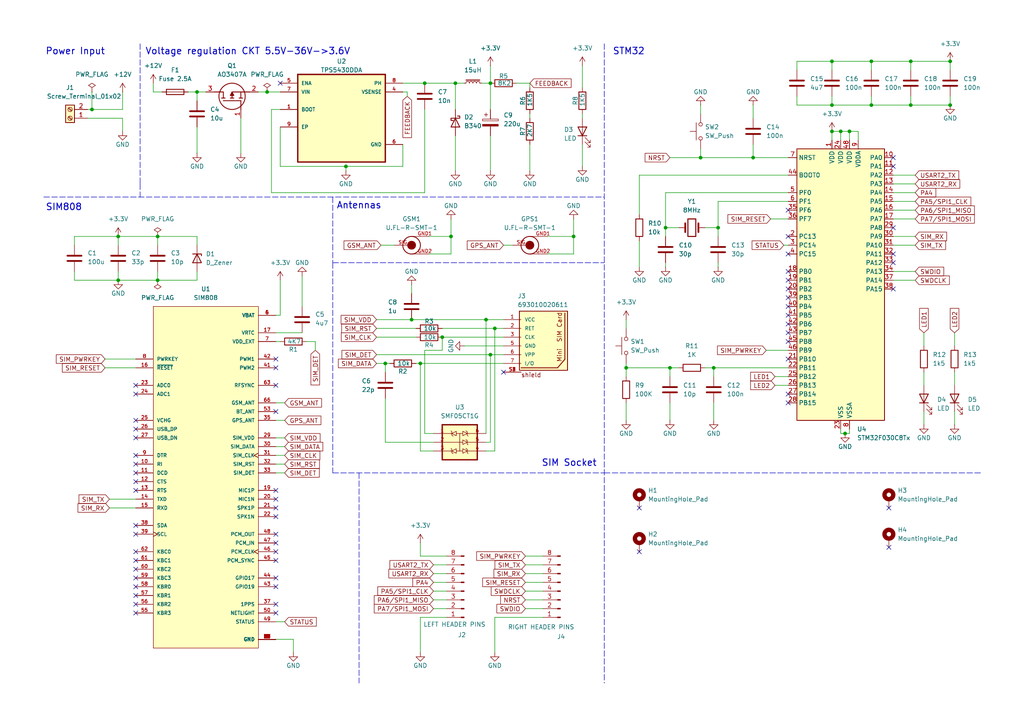
<source format=kicad_sch>
(kicad_sch (version 20231120) (generator "eeschema") (generator_version "8.0")
  (paper "A4")
  (title_block (title "GPS tracker with STM32 ") (date "2024-10-13") (company "Ampnics") (comment 1 "Design By - Engineer Ammar"))
  (lib_symbols
    (symbol "693010020611:693010020611" (pin_names (offset 1.016))
      (property "Reference" "J" (at 0 8.255 0))
      (symbol "693010020611_0_0"
        (text "Mini  SIM Card " (at 4.283 -7.212 900) (effects (font (size 1.27 1.27)) (justify left bottom)))
        (text "shield" (at -7.62 -11.7 0) (effects (font (size 1.27 1.27)) (justify left bottom)))
        (pin bidirectional line (at -12.7 5.08 0) (length 5.08) (name "VCC") (number "1"))
        (pin bidirectional line (at -12.7 2.54 0) (length 5.08) (name "RET") (number "2"))
        (pin bidirectional line (at -12.7 0 0) (length 5.08) (name "CLK") (number "3"))
        (pin bidirectional line (at -12.7 -2.54 0) (length 5.08) (name "GND") (number "5"))
        (pin bidirectional line (at -12.7 -5.08 0) (length 5.08) (name "VPP") (number "6"))
        (pin bidirectional line (at -12.7 -7.62 0) (length 5.08) (name "I/O") (number "7"))
        (pin bidirectional line (at -12.7 -10.16 0) (length 5.08) (name "~") (number "S1"))
        (pin bidirectional line (at -12.7 -10.16 0) (length 5.08) (name "~") (number "S2"))
        (pin bidirectional line (at -12.7 -10.16 0) (length 5.08) (name "~") (number "S3"))
        (pin bidirectional line (at -12.7 -10.16 0) (length 5.08) (name "~") (number "S4"))
      )
    )
    (symbol "AO3407A:AO3407A" (pin_names hide)
      (property "Reference" "Q" (at 11.43 3.81 0))
      (property "Value" "AO3407A" (at 11.43 1.27 0))
      (symbol "AO3407A_1_1"
        (pin passive line (at 0 0 0) (length 2.54) (name "G") (number "1"))
        (pin passive line (at 7.62 -5.08 90) (length 2.54) (name "S") (number "2"))
        (pin passive line (at 7.62 10.16 270) (length 2.54) (name "D") (number "3"))
      )
    )
    (symbol "Connector:Conn_01x08_Pin" (pin_names (offset 1.016) hide)
      (property "Reference" "J" (at 0 10.16 0))
      (property "Value" "Conn_01x08_Pin" (at 0 -12.7 0))
      (symbol "Conn_01x08_Pin_1_1"
        (pin passive line (at 5.08 7.62 180) (length 3.81) (name "Pin_1") (number "1"))
        (pin passive line (at 5.08 5.08 180) (length 3.81) (name "Pin_2") (number "2"))
        (pin passive line (at 5.08 2.54 180) (length 3.81) (name "Pin_3") (number "3"))
        (pin passive line (at 5.08 0 180) (length 3.81) (name "Pin_4") (number "4"))
        (pin passive line (at 5.08 -2.54 180) (length 3.81) (name "Pin_5") (number "5"))
        (pin passive line (at 5.08 -5.08 180) (length 3.81) (name "Pin_6") (number "6"))
        (pin passive line (at 5.08 -7.62 180) (length 3.81) (name "Pin_7") (number "7"))
        (pin passive line (at 5.08 -10.16 180) (length 3.81) (name "Pin_8") (number "8"))
      )
    )
    (symbol "Connector:Screw_Terminal_01x02" (pin_names (offset 1.016) hide)
      (property "Reference" "J" (at 0 2.54 0))
      (property "Value" "Screw_Terminal_01x02" (at 0 -5.08 0))
      (symbol "Screw_Terminal_01x02_1_1"
        (pin passive line (at -5.08 0 0) (length 3.81) (name "Pin_1") (number "1"))
        (pin passive line (at -5.08 -2.54 0) (length 3.81) (name "Pin_2") (number "2"))
      )
    )
    (symbol "Device:C" (pin_numbers hide) (pin_names (offset 0.254))
      (property "Reference" "C" (at 0.635 2.54 0))
      (property "Value" "C" (at 0.635 -2.54 0))
      (symbol "C_1_1"
        (pin passive line (at 0 3.81 270) (length 2.794) (name "~") (number "1"))
        (pin passive line (at 0 -3.81 90) (length 2.794) (name "~") (number "2"))
      )
    )
    (symbol "Device:C_Polarized" (pin_numbers hide) (pin_names (offset 0.254))
      (property "Reference" "C" (at 0.635 2.54 0))
      (property "Value" "C_Polarized" (at 0.635 -2.54 0))
      (symbol "C_Polarized_1_1"
        (pin passive line (at 0 3.81 270) (length 2.794) (name "~") (number "1"))
        (pin passive line (at 0 -3.81 90) (length 2.794) (name "~") (number "2"))
      )
    )
    (symbol "Device:Crystal" (pin_numbers hide) (pin_names (offset 1.016) hide)
      (property "Reference" "Y" (at 0 3.81 0))
      (property "Value" "Crystal" (at 0 -3.81 0))
      (symbol "Crystal_1_1"
        (pin passive line (at -3.81 0 0) (length 1.27) (name "1") (number "1"))
        (pin passive line (at 3.81 0 180) (length 1.27) (name "2") (number "2"))
      )
    )
    (symbol "Device:D_Zener" (pin_numbers hide) (pin_names (offset 1.016) hide)
      (property "Reference" "D" (at 0 2.54 0))
      (property "Value" "D_Zener" (at 0 -2.54 0))
      (symbol "D_Zener_1_1"
        (pin passive line (at -3.81 0 0) (length 2.54) (name "K") (number "1"))
        (pin passive line (at 3.81 0 180) (length 2.54) (name "A") (number "2"))
      )
    )
    (symbol "Device:Fuse" (pin_numbers hide) (pin_names (offset 0))
      (property "Reference" "F" (at 2.032 0 90))
      (property "Value" "Fuse" (at -1.905 0 90))
      (symbol "Fuse_1_1"
        (pin passive line (at 0 3.81 270) (length 1.27) (name "~") (number "1"))
        (pin passive line (at 0 -3.81 90) (length 1.27) (name "~") (number "2"))
      )
    )
    (symbol "Device:LED" (pin_numbers hide) (pin_names (offset 1.016) hide)
      (property "Reference" "D" (at 0 2.54 0))
      (property "Value" "LED" (at 0 -2.54 0))
      (symbol "LED_1_1"
        (pin passive line (at -3.81 0 0) (length 2.54) (name "K") (number "1"))
        (pin passive line (at 3.81 0 180) (length 2.54) (name "A") (number "2"))
      )
    )
    (symbol "Device:L_Iron_Small" (pin_numbers hide) (pin_names (offset 0.254) hide)
      (property "Reference" "L" (at 1.27 1.016 0))
      (property "Value" "L_Iron_Small" (at 1.27 -1.27 0))
      (symbol "L_Iron_Small_1_1"
        (pin passive line (at 0 2.54 270) (length 0.508) (name "~") (number "1"))
        (pin passive line (at 0 -2.54 90) (length 0.508) (name "~") (number "2"))
      )
    )
    (symbol "Device:R" (pin_numbers hide) (pin_names (offset 0))
      (property "Reference" "R" (at 2.032 0 90))
      (property "Value" "R" (at 0 0 90))
      (symbol "R_1_1"
        (pin passive line (at 0 3.81 270) (length 1.27) (name "~") (number "1"))
        (pin passive line (at 0 -3.81 90) (length 1.27) (name "~") (number "2"))
      )
    )
    (symbol "Diode:B340" (pin_numbers hide) (pin_names (offset 1.016) hide)
      (property "Reference" "D" (at 0 2.54 0))
      (property "Value" "B340" (at 0 -2.54 0))
      (symbol "B340_1_1"
        (pin passive line (at -3.81 0 0) (length 2.54) (name "K") (number "1"))
        (pin passive line (at 3.81 0 180) (length 2.54) (name "A") (number "2"))
      )
    )
    (symbol "MCU_ST_STM32F0:STM32F030C8Tx"
      (property "Reference" "U" (at -12.7 41.91 0))
      (property "Value" "STM32F030C8Tx" (at 7.62 41.91 0))
      (symbol "STM32F030C8Tx_1_1"
        (pin power_in line (at -2.54 43.18 270) (length 2.54) (name "VDD") (number "1"))
        (pin bidirectional line (at 15.24 38.1 180) (length 2.54) (name "PA0") (number "10"))
        (pin bidirectional line (at 15.24 35.56 180) (length 2.54) (name "PA1") (number "11"))
        (pin bidirectional line (at 15.24 33.02 180) (length 2.54) (name "PA2") (number "12"))
        (pin bidirectional line (at 15.24 30.48 180) (length 2.54) (name "PA3") (number "13"))
        (pin bidirectional line (at 15.24 27.94 180) (length 2.54) (name "PA4") (number "14"))
        (pin bidirectional line (at 15.24 25.4 180) (length 2.54) (name "PA5") (number "15"))
        (pin bidirectional line (at 15.24 22.86 180) (length 2.54) (name "PA6") (number "16"))
        (pin bidirectional line (at 15.24 20.32 180) (length 2.54) (name "PA7") (number "17"))
        (pin bidirectional line (at -15.24 5.08 0) (length 2.54) (name "PB0") (number "18"))
        (pin bidirectional line (at -15.24 2.54 0) (length 2.54) (name "PB1") (number "19"))
        (pin bidirectional line (at -15.24 15.24 0) (length 2.54) (name "PC13") (number "2"))
        (pin bidirectional line (at -15.24 0 0) (length 2.54) (name "PB2") (number "20"))
        (pin bidirectional line (at -15.24 -20.32 0) (length 2.54) (name "PB10") (number "21"))
        (pin bidirectional line (at -15.24 -22.86 0) (length 2.54) (name "PB11") (number "22"))
        (pin power_in line (at 0 -40.64 90) (length 2.54) (name "VSS") (number "23"))
        (pin power_in line (at 0 43.18 270) (length 2.54) (name "VDD") (number "24"))
        (pin bidirectional line (at -15.24 -25.4 0) (length 2.54) (name "PB12") (number "25"))
        (pin bidirectional line (at -15.24 -27.94 0) (length 2.54) (name "PB13") (number "26"))
        (pin bidirectional line (at -15.24 -30.48 0) (length 2.54) (name "PB14") (number "27"))
        (pin bidirectional line (at -15.24 -33.02 0) (length 2.54) (name "PB15") (number "28"))
        (pin bidirectional line (at 15.24 17.78 180) (length 2.54) (name "PA8") (number "29"))
        (pin bidirectional line (at -15.24 12.7 0) (length 2.54) (name "PC14") (number "3"))
        (pin bidirectional line (at 15.24 15.24 180) (length 2.54) (name "PA9") (number "30"))
        (pin bidirectional line (at 15.24 12.7 180) (length 2.54) (name "PA10") (number "31"))
        (pin bidirectional line (at 15.24 10.16 180) (length 2.54) (name "PA11") (number "32"))
        (pin bidirectional line (at 15.24 7.62 180) (length 2.54) (name "PA12") (number "33"))
        (pin bidirectional line (at 15.24 5.08 180) (length 2.54) (name "PA13") (number "34"))
        (pin bidirectional line (at -15.24 22.86 0) (length 2.54) (name "PF6") (number "35"))
        (pin bidirectional line (at -15.24 20.32 0) (length 2.54) (name "PF7") (number "36"))
        (pin bidirectional line (at 15.24 2.54 180) (length 2.54) (name "PA14") (number "37"))
        (pin bidirectional line (at 15.24 0 180) (length 2.54) (name "PA15") (number "38"))
        (pin bidirectional line (at -15.24 -2.54 0) (length 2.54) (name "PB3") (number "39"))
        (pin bidirectional line (at -15.24 10.16 0) (length 2.54) (name "PC15") (number "4"))
        (pin bidirectional line (at -15.24 -5.08 0) (length 2.54) (name "PB4") (number "40"))
        (pin bidirectional line (at -15.24 -7.62 0) (length 2.54) (name "PB5") (number "41"))
        (pin bidirectional line (at -15.24 -10.16 0) (length 2.54) (name "PB6") (number "42"))
        (pin bidirectional line (at -15.24 -12.7 0) (length 2.54) (name "PB7") (number "43"))
        (pin input line (at -15.24 33.02 0) (length 2.54) (name "BOOT0") (number "44"))
        (pin bidirectional line (at -15.24 -15.24 0) (length 2.54) (name "PB8") (number "45"))
        (pin bidirectional line (at -15.24 -17.78 0) (length 2.54) (name "PB9") (number "46"))
        (pin passive line (at 0 -40.64 90) (length 2.54) hide (name "VSS") (number "47"))
        (pin power_in line (at 2.54 43.18 270) (length 2.54) (name "VDD") (number "48"))
        (pin bidirectional line (at -15.24 27.94 0) (length 2.54) (name "PF0") (number "5"))
        (pin bidirectional line (at -15.24 25.4 0) (length 2.54) (name "PF1") (number "6"))
        (pin input line (at -15.24 38.1 0) (length 2.54) (name "NRST") (number "7"))
        (pin power_in line (at 2.54 -40.64 90) (length 2.54) (name "VSSA") (number "8"))
        (pin power_in line (at 5.08 43.18 270) (length 2.54) (name "VDDA") (number "9"))
      )
    )
    (symbol "Mechanical:MountingHole_Pad" (pin_numbers hide) (pin_names (offset 1.016) hide) (exclude_from_sim yes) (in_bom no)
      (property "Reference" "H" (at 0 6.35 0))
      (property "Value" "MountingHole_Pad" (at 0 4.445 0))
      (symbol "MountingHole_Pad_1_1"
        (pin input line (at 0 -2.54 90) (length 2.54) (name "1") (number "1"))
      )
    )
    (symbol "SIM808:SIM808" (pin_names (offset 1.016))
      (property "Reference" "U" (at -15.24 49.022 0))
      (property "Value" "SIM808" (at -15.24 -53.34 0))
      (symbol "SIM808_0_0"
        (pin power_in line (at 20.32 -48.26 180) (length 5.08) (name "GND") (number "1"))
        (pin output line (at -20.32 2.54 0) (length 5.08) (name "RI") (number "10"))
        (pin output line (at -20.32 0 0) (length 5.08) (name "DCD") (number "11"))
        (pin output line (at -20.32 -2.54 0) (length 5.08) (name "CTS") (number "12"))
        (pin input line (at -20.32 -5.08 0) (length 5.08) (name "RTS") (number "13"))
        (pin output line (at -20.32 -7.62 0) (length 5.08) (name "TXD") (number "14"))
        (pin input line (at -20.32 -10.16 0) (length 5.08) (name "RXD") (number "15"))
        (pin input line (at -20.32 30.48 0) (length 5.08) (name "~{RESET}") (number "16"))
        (pin bidirectional line (at 20.32 40.64 180) (length 5.08) (name "VRTC") (number "17"))
        (pin power_in line (at 20.32 -48.26 180) (length 5.08) (name "GND") (number "18"))
        (pin input line (at 20.32 -5.08 180) (length 5.08) (name "MIC1P") (number "19"))
        (pin power_in line (at 20.32 -48.26 180) (length 5.08) (name "GND") (number "2"))
        (pin input line (at 20.32 -7.62 180) (length 5.08) (name "MIC1N") (number "20"))
        (pin output line (at 20.32 -10.16 180) (length 5.08) (name "SPK1P") (number "21"))
        (pin output line (at 20.32 -12.7 180) (length 5.08) (name "SPK1N") (number "22"))
        (pin input line (at -20.32 25.4 0) (length 5.08) (name "ADC0") (number "23"))
        (pin input line (at -20.32 22.86 0) (length 5.08) (name "ADC1") (number "24"))
        (pin input line (at -20.32 15.24 0) (length 5.08) (name "VCHG") (number "25"))
        (pin bidirectional line (at -20.32 12.7 0) (length 5.08) (name "USB_DP") (number "26"))
        (pin bidirectional line (at -20.32 10.16 0) (length 5.08) (name "USB_DN") (number "27"))
        (pin power_in line (at 20.32 -48.26 180) (length 5.08) (name "GND") (number "28"))
        (pin output line (at 20.32 10.16 180) (length 5.08) (name "SIM_VDD") (number "29"))
        (pin power_in line (at 20.32 -48.26 180) (length 5.08) (name "GND") (number "3"))
        (pin bidirectional line (at 20.32 7.62 180) (length 5.08) (name "SIM_DATA") (number "30"))
        (pin output clock (at 20.32 5.08 180) (length 5.08) (name "SIM_CLK") (number "31"))
        (pin output line (at 20.32 2.54 180) (length 5.08) (name "SIM_RST") (number "32"))
        (pin input line (at 20.32 0 180) (length 5.08) (name "SIM_DET") (number "33"))
        (pin power_in line (at 20.32 -48.26 180) (length 5.08) (name "GND") (number "34"))
        (pin input line (at 20.32 15.24 180) (length 5.08) (name "GPS_ANT") (number "35"))
        (pin power_in line (at 20.32 -48.26 180) (length 5.08) (name "GND") (number "36"))
        (pin output line (at 20.32 -38.1 180) (length 5.08) (name "1PPS") (number "37"))
        (pin bidirectional line (at -20.32 -15.24 0) (length 5.08) (name "SDA") (number "38"))
        (pin input clock (at -20.32 -17.78 0) (length 5.08) (name "SCL") (number "39"))
        (pin power_in line (at 20.32 45.72 180) (length 5.08) (name "VBAT") (number "4"))
        (pin power_in line (at 20.32 -48.26 180) (length 5.08) (name "GND") (number "40"))
        (pin output line (at 20.32 30.48 180) (length 5.08) (name "PWM2") (number "41"))
        (pin output line (at 20.32 33.02 180) (length 5.08) (name "PWM1") (number "42"))
        (pin bidirectional line (at 20.32 -33.02 180) (length 5.08) (name "GPIO19") (number "43"))
        (pin bidirectional line (at 20.32 -30.48 180) (length 5.08) (name "GPIO17") (number "44"))
        (pin output line (at 20.32 -25.4 180) (length 5.08) (name "PCM_SYNC") (number "45"))
        (pin input clock (at 20.32 -22.86 180) (length 5.08) (name "PCM_CLK") (number "46"))
        (pin input line (at 20.32 -20.32 180) (length 5.08) (name "PCM_IN") (number "47"))
        (pin output line (at 20.32 -17.78 180) (length 5.08) (name "PCM_OUT") (number "48"))
        (pin output line (at 20.32 -43.18 180) (length 5.08) (name "STATUS") (number "49"))
        (pin power_in line (at 20.32 45.72 180) (length 5.08) (name "VBAT") (number "5"))
        (pin output line (at 20.32 -40.64 180) (length 5.08) (name "NETLIGHT") (number "50"))
        (pin power_in line (at 20.32 -48.26 180) (length 5.08) (name "GND") (number "51"))
        (pin power_in line (at 20.32 -48.26 180) (length 5.08) (name "GND") (number "52"))
        (pin bidirectional line (at 20.32 17.78 180) (length 5.08) (name "BT_ANT") (number "53"))
        (pin power_in line (at 20.32 -48.26 180) (length 5.08) (name "GND") (number "54"))
        (pin output line (at -20.32 -40.64 0) (length 5.08) (name "KBR3") (number "55"))
        (pin output line (at -20.32 -38.1 0) (length 5.08) (name "KBR2") (number "56"))
        (pin output line (at -20.32 -35.56 0) (length 5.08) (name "KBR1") (number "57"))
        (pin output line (at -20.32 -33.02 0) (length 5.08) (name "KBR0") (number "58"))
        (pin input line (at -20.32 -30.48 0) (length 5.08) (name "KBC3") (number "59"))
        (pin power_in line (at 20.32 45.72 180) (length 5.08) (name "VBAT") (number "6"))
        (pin input line (at -20.32 -27.94 0) (length 5.08) (name "KBC2") (number "60"))
        (pin input line (at -20.32 -25.4 0) (length 5.08) (name "KBC1") (number "61"))
        (pin input line (at -20.32 -22.86 0) (length 5.08) (name "KBC0") (number "62"))
        (pin output line (at 20.32 25.4 180) (length 5.08) (name "RFSYNC") (number "63"))
        (pin power_in line (at 20.32 -48.26 180) (length 5.08) (name "GND") (number "64"))
        (pin power_in line (at 20.32 -48.26 180) (length 5.08) (name "GND") (number "65"))
        (pin bidirectional line (at 20.32 20.32 180) (length 5.08) (name "GSM_ANT") (number "66"))
        (pin power_in line (at 20.32 -48.26 180) (length 5.08) (name "GND") (number "67"))
        (pin power_in line (at 20.32 -48.26 180) (length 5.08) (name "GND") (number "68"))
        (pin output line (at 20.32 38.1 180) (length 5.08) (name "VDD_EXT") (number "7"))
        (pin input line (at -20.32 33.02 0) (length 5.08) (name "PWRKEY") (number "8"))
        (pin input line (at -20.32 5.08 0) (length 5.08) (name "DTR") (number "9"))
      )
    )
    (symbol "SMF05CT1G:SMF05CT1G" (pin_names (offset 1.016))
      (property "Reference" "U" (at -5.1114 6.0907 0))
      (property "Value" "SMF05CT1G" (at -5.1118 -9.0963 0))
      (symbol "SMF05CT1G_0_0"
        (pin passive line (at -7.62 2.54 0) (length 5.08) (name "~") (number "1"))
        (pin passive line (at -7.62 0 0) (length 5.08) (name "~") (number "2"))
        (pin passive line (at -7.62 -2.54 0) (length 5.08) (name "~") (number "3"))
        (pin passive line (at 7.62 -2.54 180) (length 5.08) (name "~") (number "4"))
        (pin passive line (at 7.62 0 180) (length 5.08) (name "~") (number "5"))
        (pin passive line (at 7.62 2.54 180) (length 5.08) (name "~") (number "6"))
      )
    )
    (symbol "Switch:SW_Push" (pin_numbers hide) (pin_names (offset 1.016) hide)
      (property "Reference" "SW" (at 1.27 2.54 0))
      (property "Value" "SW_Push" (at 0 -1.524 0))
      (symbol "SW_Push_0_1"
        (pin passive line (at -5.08 0 0) (length 2.54) (name "1") (number "1"))
        (pin passive line (at 5.08 0 180) (length 2.54) (name "2") (number "2"))
      )
    )
    (symbol "TPS5430DDA:TPS5430DDA" (pin_names (offset 1.016))
      (property "Reference" "U" (at -12.7 13.7 0))
      (property "Value" "TPS5430DDA" (at -12.7 -16.7 0))
      (symbol "TPS5430DDA_0_0"
        (pin bidirectional line (at -17.78 2.54 0) (length 5.08) (name "BOOT") (number "1"))
        (pin output line (at 17.78 7.62 180) (length 5.08) (name "VSENSE") (number "4"))
        (pin input line (at -17.78 10.16 0) (length 5.08) (name "ENA") (number "5"))
        (pin power_in line (at 17.78 -7.62 180) (length 5.08) (name "GND") (number "6"))
        (pin input line (at -17.78 7.62 0) (length 5.08) (name "VIN") (number "7"))
        (pin output line (at 17.78 10.16 180) (length 5.08) (name "PH") (number "8"))
        (pin bidirectional line (at -17.78 -2.54 0) (length 5.08) (name "EP") (number "9"))
      )
    )
    (symbol "U.FL-R-SMT-1:U.FL-R-SMT-1" (pin_names (offset 1.016))
      (property "Reference" "ANT" (at -2.54 5.08 0))
      (property "Value" "U.FL-R-SMT-1" (at -2.54 -6.096 0))
      (symbol "U.FL-R-SMT-1_0_0"
        (pin bidirectional line (at 5.08 2.54 180) (length 2.54) (name "~") (number "GND1"))
        (pin bidirectional line (at 5.08 -2.54 180) (length 2.54) (name "~") (number "GND2"))
        (pin bidirectional line (at -5.08 0 0) (length 5.08) (name "~") (number "SIG"))
      )
    )
    (symbol "power:+12V" (power) (pin_numbers hide) (pin_names (offset 0) hide)
      (property "Value" "+12V" (at 0 3.556 0))
      (symbol "+12V_1_1"
        (pin power_in line (at 0 0 90) (length 0) (name "~") (number "1"))
      )
    )
    (symbol "power:+3.3V" (power) (pin_numbers hide) (pin_names (offset 0) hide)
      (property "Value" "+3.3V" (at 0 3.556 0))
      (symbol "+3.3V_1_1"
        (pin power_in line (at 0 0 90) (length 0) (name "~") (number "1"))
      )
    )
    (symbol "power:GND" (power) (pin_numbers hide) (pin_names (offset 0) hide)
      (property "Value" "GND" (at 0 -3.81 0))
      (symbol "GND_1_1"
        (pin power_in line (at 0 0 270) (length 0) (name "~") (number "1"))
      )
    )
    (symbol "power:PWR_FLAG" (power) (pin_numbers hide) (pin_names (offset 0) hide)
      (property "Value" "PWR_FLAG" (at 0 3.81 0))
      (symbol "PWR_FLAG_0_0"
        (pin power_out line (at 0 0 90) (length 0) (name "~") (number "1"))
      )
    )
  )
  (junction (at 166.37 68.58))
  (junction (at 193.04 66.04))
  (junction (at 264.16 30.48))
  (junction (at 140.97 92.71))
  (junction (at 34.29 68.58))
  (junction (at 34.29 81.28))
  (junction (at 275.59 17.78))
  (junction (at 203.2 45.72))
  (junction (at 241.3 30.48))
  (junction (at 208.28 66.04))
  (junction (at 275.59 30.48))
  (junction (at 194.31 106.68))
  (junction (at 119.38 92.71))
  (junction (at 130.81 68.58))
  (junction (at 142.24 24.13))
  (junction (at 252.73 30.48))
  (junction (at 181.61 106.68))
  (junction (at 111.76 105.41))
  (junction (at 128.27 97.79))
  (junction (at 100.33 48.26))
  (junction (at 45.72 81.28))
  (junction (at 218.44 45.72))
  (junction (at 241.3 17.78))
  (junction (at 246.38 38.1))
  (junction (at 143.51 95.25))
  (junction (at 132.08 24.13))
  (junction (at 142.24 102.87))
  (junction (at 245.11 125.73))
  (junction (at 252.73 17.78))
  (junction (at 121.92 105.41))
  (junction (at 57.15 26.67))
  (junction (at 26.67 31.75))
  (junction (at 45.72 68.58))
  (junction (at 77.47 26.67))
  (junction (at 123.19 24.13))
  (junction (at 264.16 17.78))
  (junction (at 241.3 38.1))
  (junction (at 207.01 106.68))
  (junction (at 243.84 38.1))
  (no_connect (at 39.37 139.7))
  (no_connect (at 228.6 91.44))
  (no_connect (at 39.37 132.08))
  (no_connect (at 39.37 170.18))
  (no_connect (at 80.01 162.56))
  (no_connect (at 259.08 73.66))
  (no_connect (at 185.42 160.02))
  (no_connect (at 80.01 167.64))
  (no_connect (at 39.37 114.3))
  (no_connect (at 39.37 172.72))
  (no_connect (at 81.28 24.13))
  (no_connect (at 228.6 104.14))
  (no_connect (at 80.01 142.24))
  (no_connect (at 228.6 73.66))
  (no_connect (at 80.01 154.94))
  (no_connect (at 80.01 170.18))
  (no_connect (at 80.01 106.68))
  (no_connect (at 228.6 116.84))
  (no_connect (at 39.37 160.02))
  (no_connect (at 228.6 86.36))
  (no_connect (at 39.37 162.56))
  (no_connect (at 39.37 152.4))
  (no_connect (at 80.01 149.86))
  (no_connect (at 39.37 111.76))
  (no_connect (at 39.37 137.16))
  (no_connect (at 80.01 111.76))
  (no_connect (at 80.01 119.38))
  (no_connect (at 257.81 158.75))
  (no_connect (at 259.08 45.72))
  (no_connect (at 39.37 127))
  (no_connect (at 39.37 167.64))
  (no_connect (at 228.6 93.98))
  (no_connect (at 228.6 60.96))
  (no_connect (at 259.08 76.2))
  (no_connect (at 259.08 66.04))
  (no_connect (at 228.6 68.58))
  (no_connect (at 80.01 144.78))
  (no_connect (at 39.37 134.62))
  (no_connect (at 39.37 124.46))
  (no_connect (at 228.6 81.28))
  (no_connect (at 228.6 99.06))
  (no_connect (at 80.01 157.48))
  (no_connect (at 80.01 104.14))
  (no_connect (at 228.6 78.74))
  (no_connect (at 80.01 147.32))
  (no_connect (at 80.01 175.26))
  (no_connect (at 39.37 165.1))
  (no_connect (at 185.42 147.32))
  (no_connect (at 228.6 88.9))
  (no_connect (at 39.37 121.92))
  (no_connect (at 39.37 154.94))
  (no_connect (at 146.05 107.95))
  (no_connect (at 39.37 142.24))
  (no_connect (at 228.6 83.82))
  (no_connect (at 228.6 96.52))
  (no_connect (at 257.81 147.32))
  (no_connect (at 80.01 177.8))
  (no_connect (at 259.08 48.26))
  (no_connect (at 228.6 114.3))
  (no_connect (at 39.37 175.26))
  (no_connect (at 39.37 177.8))
  (no_connect (at 80.01 160.02))
  (no_connect (at 259.08 83.82))
  (wire (pts (xy 203.2 43.18) (xy 203.2 45.72)))
  (wire (pts (xy 228.6 50.8) (xy 185.42 50.8)))
  (wire (pts (xy 265.43 53.34) (xy 259.08 53.34)))
  (wire (pts (xy 109.22 105.41) (xy 111.76 105.41)))
  (wire (pts (xy 35.56 34.29) (xy 35.56 38.1)))
  (wire (pts (xy 132.08 39.37) (xy 132.08 49.53)))
  (wire (pts (xy 125.73 173.99) (xy 129.54 173.99)))
  (wire (pts (xy 81.28 31.75) (xy 78.74 31.75)))
  (wire (pts (xy 30.48 106.68) (xy 39.37 106.68)))
  (wire (pts (xy 265.43 71.12) (xy 259.08 71.12)))
  (wire (pts (xy 265.43 78.74) (xy 259.08 78.74)))
  (wire (pts (xy 123.19 24.13) (xy 132.08 24.13)))
  (wire (pts (xy 85.09 189.23) (xy 85.09 185.42)))
  (wire (pts (xy 34.29 78.74) (xy 34.29 81.28)))
  (wire (pts (xy 143.51 95.25) (xy 146.05 95.25)))
  (wire (pts (xy 181.61 116.84) (xy 181.61 121.92)))
  (wire (pts (xy 45.72 78.74) (xy 45.72 81.28)))
  (wire (pts (xy 228.6 58.42) (xy 208.28 58.42)))
  (polyline (pts (xy 96.52 76.2) (xy 96.52 137.16)) (stroke (width 0) (type dash)))
  (wire (pts (xy 57.15 71.12) (xy 57.15 68.58)))
  (wire (pts (xy 78.74 31.75) (xy 78.74 55.88)))
  (wire (pts (xy 31.75 144.78) (xy 39.37 144.78)))
  (wire (pts (xy 276.86 119.38) (xy 276.86 123.19)))
  (wire (pts (xy 125.73 166.37) (xy 129.54 166.37)))
  (wire (pts (xy 152.4 168.91) (xy 157.48 168.91)))
  (wire (pts (xy 81.28 48.26) (xy 100.33 48.26)))
  (wire (pts (xy 45.72 68.58) (xy 57.15 68.58)))
  (wire (pts (xy 265.43 55.88) (xy 259.08 55.88)))
  (wire (pts (xy 57.15 26.67) (xy 59.69 26.67)))
  (wire (pts (xy 119.38 92.71) (xy 140.97 92.71)))
  (wire (pts (xy 241.3 27.94) (xy 241.3 30.48)))
  (wire (pts (xy 21.59 71.12) (xy 21.59 68.58)))
  (wire (pts (xy 153.67 33.02) (xy 153.67 34.29)))
  (wire (pts (xy 152.4 173.99) (xy 157.48 173.99)))
  (polyline (pts (xy 104.14 137.16) (xy 104.14 198.12)) (stroke (width 0) (type dash)))
  (wire (pts (xy 109.22 95.25) (xy 120.65 95.25)))
  (wire (pts (xy 132.08 24.13) (xy 134.62 24.13)))
  (wire (pts (xy 267.97 107.95) (xy 267.97 111.76)))
  (wire (pts (xy 207.01 106.68) (xy 207.01 109.22)))
  (wire (pts (xy 91.44 99.06) (xy 91.44 101.6)))
  (wire (pts (xy 46.99 26.67) (xy 44.45 26.67)))
  (wire (pts (xy 152.4 176.53) (xy 157.48 176.53)))
  (wire (pts (xy 128.27 101.6) (xy 128.27 97.79)))
  (wire (pts (xy 34.29 68.58) (xy 45.72 68.58)))
  (wire (pts (xy 143.51 130.81) (xy 143.51 95.25)))
  (wire (pts (xy 57.15 78.74) (xy 57.15 81.28)))
  (wire (pts (xy 142.24 19.05) (xy 142.24 24.13)))
  (wire (pts (xy 228.6 55.88) (xy 193.04 55.88)))
  (wire (pts (xy 120.65 105.41) (xy 121.92 105.41)))
  (wire (pts (xy 193.04 55.88) (xy 193.04 66.04)))
  (wire (pts (xy 121.92 105.41) (xy 121.92 130.81)))
  (wire (pts (xy 264.16 17.78) (xy 264.16 20.32)))
  (wire (pts (xy 203.2 45.72) (xy 218.44 45.72)))
  (wire (pts (xy 116.84 24.13) (xy 123.19 24.13)))
  (wire (pts (xy 243.84 38.1) (xy 241.3 38.1)))
  (polyline (pts (xy 40.64 53.34) (xy 40.64 57.15)) (stroke (width 0) (type dash)))
  (wire (pts (xy 153.67 24.13) (xy 153.67 25.4)))
  (wire (pts (xy 194.31 106.68) (xy 181.61 106.68)))
  (wire (pts (xy 125.73 168.91) (xy 129.54 168.91)))
  (wire (pts (xy 207.01 106.68) (xy 228.6 106.68)))
  (wire (pts (xy 25.4 31.75) (xy 26.67 31.75)))
  (polyline (pts (xy 40.64 12.7) (xy 40.64 53.34)) (stroke (width 0) (type dash)))
  (wire (pts (xy 168.91 41.91) (xy 168.91 48.26)))
  (wire (pts (xy 223.52 63.5) (xy 228.6 63.5)))
  (wire (pts (xy 134.62 100.33) (xy 146.05 100.33)))
  (wire (pts (xy 125.73 125.73) (xy 123.19 125.73)))
  (wire (pts (xy 123.19 101.6) (xy 128.27 101.6)))
  (wire (pts (xy 194.31 45.72) (xy 203.2 45.72)))
  (wire (pts (xy 109.22 97.79) (xy 120.65 97.79)))
  (wire (pts (xy 78.74 55.88) (xy 123.19 55.88)))
  (polyline (pts (xy 96.52 137.16) (xy 175.26 137.16)) (stroke (width 0) (type dash)))
  (wire (pts (xy 30.48 104.14) (xy 39.37 104.14)))
  (wire (pts (xy 80.01 137.16) (xy 82.55 137.16)))
  (wire (pts (xy 142.24 24.13) (xy 139.7 24.13)))
  (wire (pts (xy 276.86 107.95) (xy 276.86 111.76)))
  (wire (pts (xy 241.3 17.78) (xy 241.3 20.32)))
  (wire (pts (xy 140.97 128.27) (xy 142.24 128.27)))
  (wire (pts (xy 143.51 189.23) (xy 143.51 179.07)))
  (wire (pts (xy 80.01 91.44) (xy 81.28 91.44)))
  (wire (pts (xy 140.97 130.81) (xy 143.51 130.81)))
  (wire (pts (xy 265.43 60.96) (xy 259.08 60.96)))
  (wire (pts (xy 140.97 92.71) (xy 140.97 125.73)))
  (wire (pts (xy 275.59 30.48) (xy 275.59 27.94)))
  (wire (pts (xy 231.14 17.78) (xy 241.3 17.78)))
  (wire (pts (xy 193.04 77.47) (xy 193.04 76.2)))
  (wire (pts (xy 208.28 77.47) (xy 208.28 76.2)))
  (wire (pts (xy 231.14 20.32) (xy 231.14 17.78)))
  (wire (pts (xy 227.33 71.12) (xy 228.6 71.12)))
  (wire (pts (xy 121.92 105.41) (xy 146.05 105.41)))
  (wire (pts (xy 116.84 48.26) (xy 116.84 41.91)))
  (wire (pts (xy 252.73 30.48) (xy 264.16 30.48)))
  (wire (pts (xy 81.28 91.44) (xy 81.28 81.28)))
  (wire (pts (xy 57.15 26.67) (xy 57.15 29.21)))
  (wire (pts (xy 208.28 68.58) (xy 208.28 66.04)))
  (wire (pts (xy 34.29 81.28) (xy 21.59 81.28)))
  (polyline (pts (xy 12.7 57.15) (xy 175.26 57.15)) (stroke (width 0) (type dash)))
  (wire (pts (xy 158.75 68.58) (xy 166.37 68.58)))
  (wire (pts (xy 267.97 96.52) (xy 267.97 100.33)))
  (wire (pts (xy 26.67 31.75) (xy 35.56 31.75)))
  (wire (pts (xy 267.97 123.19) (xy 267.97 119.38)))
  (wire (pts (xy 129.54 179.07) (xy 121.92 179.07)))
  (wire (pts (xy 25.4 34.29) (xy 35.56 34.29)))
  (wire (pts (xy 264.16 30.48) (xy 275.59 30.48)))
  (wire (pts (xy 248.92 38.1) (xy 246.38 38.1)))
  (wire (pts (xy 21.59 68.58) (xy 34.29 68.58)))
  (wire (pts (xy 80.01 129.54) (xy 82.55 129.54)))
  (wire (pts (xy 132.08 24.13) (xy 132.08 31.75)))
  (wire (pts (xy 121.92 179.07) (xy 121.92 189.23)))
  (wire (pts (xy 264.16 17.78) (xy 275.59 17.78)))
  (wire (pts (xy 45.72 68.58) (xy 45.72 71.12)))
  (wire (pts (xy 123.19 125.73) (xy 123.19 101.6)))
  (wire (pts (xy 265.43 50.8) (xy 259.08 50.8)))
  (wire (pts (xy 243.84 38.1) (xy 243.84 40.64)))
  (wire (pts (xy 264.16 27.94) (xy 264.16 30.48)))
  (wire (pts (xy 185.42 77.47) (xy 185.42 69.85)))
  (wire (pts (xy 35.56 26.67) (xy 35.56 31.75)))
  (wire (pts (xy 231.14 27.94) (xy 231.14 30.48)))
  (wire (pts (xy 128.27 97.79) (xy 146.05 97.79)))
  (wire (pts (xy 69.85 34.29) (xy 69.85 44.45)))
  (wire (pts (xy 252.73 17.78) (xy 264.16 17.78)))
  (wire (pts (xy 265.43 68.58) (xy 259.08 68.58)))
  (wire (pts (xy 109.22 92.71) (xy 119.38 92.71)))
  (wire (pts (xy 111.76 105.41) (xy 111.76 107.95)))
  (wire (pts (xy 207.01 116.84) (xy 207.01 121.92)))
  (wire (pts (xy 208.28 66.04) (xy 204.47 66.04)))
  (wire (pts (xy 193.04 66.04) (xy 196.85 66.04)))
  (wire (pts (xy 181.61 106.68) (xy 181.61 105.41)))
  (wire (pts (xy 54.61 26.67) (xy 57.15 26.67)))
  (wire (pts (xy 245.11 125.73) (xy 243.84 125.73)))
  (wire (pts (xy 125.73 171.45) (xy 129.54 171.45)))
  (wire (pts (xy 218.44 41.91) (xy 218.44 45.72)))
  (wire (pts (xy 252.73 27.94) (xy 252.73 30.48)))
  (wire (pts (xy 246.38 38.1) (xy 246.38 40.64)))
  (wire (pts (xy 128.27 95.25) (xy 143.51 95.25)))
  (wire (pts (xy 125.73 163.83) (xy 129.54 163.83)))
  (wire (pts (xy 181.61 92.71) (xy 181.61 95.25)))
  (wire (pts (xy 208.28 58.42) (xy 208.28 66.04)))
  (wire (pts (xy 275.59 17.78) (xy 275.59 20.32)))
  (wire (pts (xy 80.01 132.08) (xy 82.55 132.08)))
  (wire (pts (xy 152.4 163.83) (xy 157.48 163.83)))
  (wire (pts (xy 121.92 157.48) (xy 121.92 161.29)))
  (wire (pts (xy 124.46 73.66) (xy 130.81 73.66)))
  (wire (pts (xy 130.81 68.58) (xy 130.81 73.66)))
  (wire (pts (xy 119.38 82.55) (xy 119.38 85.09)))
  (wire (pts (xy 123.19 55.88) (xy 123.19 31.75)))
  (wire (pts (xy 80.01 96.52) (xy 87.63 96.52)))
  (wire (pts (xy 82.55 116.84) (xy 80.01 116.84)))
  (wire (pts (xy 194.31 116.84) (xy 194.31 121.92)))
  (wire (pts (xy 130.81 63.5) (xy 130.81 68.58)))
  (wire (pts (xy 196.85 106.68) (xy 194.31 106.68)))
  (wire (pts (xy 142.24 31.75) (xy 142.24 24.13)))
  (wire (pts (xy 168.91 19.05) (xy 168.91 25.4)))
  (wire (pts (xy 203.2 30.48) (xy 203.2 33.02)))
  (polyline (pts (xy 175.26 137.16) (xy 284.48 137.16)) (stroke (width 0) (type dash)))
  (wire (pts (xy 241.3 17.78) (xy 252.73 17.78)))
  (wire (pts (xy 45.72 81.28) (xy 34.29 81.28)))
  (wire (pts (xy 140.97 92.71) (xy 146.05 92.71)))
  (wire (pts (xy 142.24 102.87) (xy 146.05 102.87)))
  (wire (pts (xy 81.28 36.83) (xy 81.28 48.26)))
  (wire (pts (xy 224.79 111.76) (xy 228.6 111.76)))
  (polyline (pts (xy 96.52 57.15) (xy 96.52 76.2)) (stroke (width 0) (type dash)))
  (wire (pts (xy 88.9 99.06) (xy 91.44 99.06)))
  (wire (pts (xy 80.01 127) (xy 82.55 127)))
  (wire (pts (xy 81.28 99.06) (xy 80.01 99.06)))
  (wire (pts (xy 125.73 130.81) (xy 121.92 130.81)))
  (wire (pts (xy 77.47 26.67) (xy 81.28 26.67)))
  (wire (pts (xy 21.59 81.28) (xy 21.59 78.74)))
  (wire (pts (xy 44.45 24.13) (xy 44.45 26.67)))
  (wire (pts (xy 265.43 81.28) (xy 259.08 81.28)))
  (polyline (pts (xy 96.52 76.2) (xy 175.26 76.2)) (stroke (width 0) (type dash)))
  (wire (pts (xy 57.15 36.83) (xy 57.15 44.45)))
  (wire (pts (xy 111.76 128.27) (xy 111.76 115.57)))
  (wire (pts (xy 224.79 109.22) (xy 228.6 109.22)))
  (wire (pts (xy 31.75 147.32) (xy 39.37 147.32)))
  (wire (pts (xy 82.55 121.92) (xy 80.01 121.92)))
  (wire (pts (xy 152.4 166.37) (xy 157.48 166.37)))
  (wire (pts (xy 124.46 68.58) (xy 130.81 68.58)))
  (wire (pts (xy 181.61 106.68) (xy 181.61 109.22)))
  (wire (pts (xy 34.29 68.58) (xy 34.29 71.12)))
  (wire (pts (xy 241.3 30.48) (xy 252.73 30.48)))
  (wire (pts (xy 204.47 106.68) (xy 207.01 106.68)))
  (wire (pts (xy 152.4 171.45) (xy 157.48 171.45)))
  (wire (pts (xy 265.43 58.42) (xy 259.08 58.42)))
  (wire (pts (xy 85.09 185.42) (xy 80.01 185.42)))
  (wire (pts (xy 166.37 73.66) (xy 166.37 68.58)))
  (wire (pts (xy 241.3 38.1) (xy 241.3 40.64)))
  (wire (pts (xy 194.31 106.68) (xy 194.31 109.22)))
  (wire (pts (xy 80.01 180.34) (xy 82.55 180.34)))
  (wire (pts (xy 222.25 101.6) (xy 228.6 101.6)))
  (wire (pts (xy 125.73 176.53) (xy 129.54 176.53)))
  (wire (pts (xy 193.04 66.04) (xy 193.04 68.58)))
  (polyline (pts (xy 175.26 12.7) (xy 175.26 198.12)) (stroke (width 0) (type dash)))
  (wire (pts (xy 45.72 81.28) (xy 57.15 81.28)))
  (wire (pts (xy 248.92 40.64) (xy 248.92 38.1)))
  (wire (pts (xy 218.44 45.72) (xy 228.6 45.72)))
  (wire (pts (xy 158.75 73.66) (xy 166.37 73.66)))
  (wire (pts (xy 121.92 161.29) (xy 129.54 161.29)))
  (wire (pts (xy 26.67 26.67) (xy 26.67 31.75)))
  (wire (pts (xy 118.11 27.94) (xy 118.11 26.67)))
  (wire (pts (xy 100.33 48.26) (xy 100.33 49.53)))
  (wire (pts (xy 243.84 125.73) (xy 243.84 124.46)))
  (wire (pts (xy 168.91 33.02) (xy 168.91 34.29)))
  (wire (pts (xy 125.73 128.27) (xy 111.76 128.27)))
  (wire (pts (xy 80.01 134.62) (xy 82.55 134.62)))
  (wire (pts (xy 146.05 71.12) (xy 148.59 71.12)))
  (wire (pts (xy 276.86 96.52) (xy 276.86 100.33)))
  (wire (pts (xy 231.14 30.48) (xy 241.3 30.48)))
  (wire (pts (xy 149.86 24.13) (xy 153.67 24.13)))
  (wire (pts (xy 252.73 17.78) (xy 252.73 20.32)))
  (wire (pts (xy 118.11 26.67) (xy 116.84 26.67)))
  (wire (pts (xy 74.93 26.67) (xy 77.47 26.67)))
  (wire (pts (xy 152.4 161.29) (xy 157.48 161.29)))
  (wire (pts (xy 142.24 49.53) (xy 142.24 39.37)))
  (wire (pts (xy 218.44 30.48) (xy 218.44 34.29)))
  (wire (pts (xy 153.67 49.53) (xy 153.67 41.91)))
  (wire (pts (xy 166.37 68.58) (xy 166.37 63.5)))
  (wire (pts (xy 100.33 48.26) (xy 116.84 48.26)))
  (wire (pts (xy 111.76 105.41) (xy 113.03 105.41)))
  (wire (pts (xy 246.38 125.73) (xy 245.11 125.73)))
  (wire (pts (xy 246.38 124.46) (xy 246.38 125.73)))
  (wire (pts (xy 110.49 71.12) (xy 114.3 71.12)))
  (wire (pts (xy 143.51 179.07) (xy 157.48 179.07)))
  (wire (pts (xy 87.63 80.01) (xy 87.63 88.9)))
  (wire (pts (xy 265.43 63.5) (xy 259.08 63.5)))
  (wire (pts (xy 142.24 102.87) (xy 142.24 128.27)))
  (wire (pts (xy 109.22 102.87) (xy 142.24 102.87)))
  (wire (pts (xy 246.38 38.1) (xy 243.84 38.1)))
  (wire (pts (xy 185.42 50.8) (xy 185.42 62.23)))
  (text "SIM Socket" (at 165.1 134.366 0) (effects (font (size 1.905 1.905) (thickness 0.254) (bold yes))))
  (text "Power Input" (at 21.844 14.986 0) (effects (font (size 1.905 1.905) (thickness 0.254) (bold yes))))
  (text "Voltage regulation CKT 5.5V-36V->3.6V" (at 71.882 14.986 0) (effects (font (size 1.905 1.905) (thickness 0.254) (bold yes))))
  (text "STM32" (at 182.372 14.986 0) (effects (font (size 1.905 1.905) (thickness 0.254) (bold yes))))
  (text "Antennas" (at 104.14 59.69 0) (effects (font (size 1.905 1.905) (thickness 0.254) (bold yes))))
  (text "SIM808" (at 18.542 60.198 0) (effects (font (size 1.905 1.905) (thickness 0.254) (bold yes))))
  (global_label "SWDIO" (shape input) (at 265.43 78.74 0) (property "Intersheetrefs" "${INTERSHEET_REFS}" (effects (hide yes))))
  (global_label "PA7{slash}SPI1_MOSI" (shape input) (at 265.43 63.5 0) (property "Intersheetrefs" "${INTERSHEET_REFS}" (effects (hide yes))))
  (global_label "USART2_TX" (shape input) (at 265.43 50.8 0) (property "Intersheetrefs" "${INTERSHEET_REFS}" (effects (hide yes))))
  (global_label "PA4" (shape input) (at 125.73 168.91 180) (property "Intersheetrefs" "${INTERSHEET_REFS}" (effects (hide yes))))
  (global_label "LED1" (shape input) (at 267.97 96.52 90) (property "Intersheetrefs" "${INTERSHEET_REFS}" (effects (hide yes))))
  (global_label "SIM_PWRKEY" (shape input) (at 152.4 161.29 180) (property "Intersheetrefs" "${INTERSHEET_REFS}" (effects (hide yes))))
  (global_label "USART2_RX" (shape input) (at 125.73 166.37 180) (property "Intersheetrefs" "${INTERSHEET_REFS}" (effects (hide yes))))
  (global_label "SIM_VDD" (shape input) (at 109.22 92.71 180) (property "Intersheetrefs" "${INTERSHEET_REFS}" (effects (hide yes))))
  (global_label "SIM_RESET" (shape input) (at 152.4 168.91 180) (property "Intersheetrefs" "${INTERSHEET_REFS}" (effects (hide yes))))
  (global_label "SIM_RX" (shape input) (at 265.43 68.58 0) (property "Intersheetrefs" "${INTERSHEET_REFS}" (effects (hide yes))))
  (global_label "SIM_DET" (shape input) (at 109.22 102.87 180) (property "Intersheetrefs" "${INTERSHEET_REFS}" (effects (hide yes))))
  (global_label "SWDIO" (shape input) (at 152.4 176.53 180) (property "Intersheetrefs" "${INTERSHEET_REFS}" (effects (hide yes))))
  (global_label "USART2_TX" (shape input) (at 125.73 163.83 180) (property "Intersheetrefs" "${INTERSHEET_REFS}" (effects (hide yes))))
  (global_label "FEEDBACK" (shape input) (at 118.11 27.94 270) (property "Intersheetrefs" "${INTERSHEET_REFS}" (effects (hide yes))))
  (global_label "LED1" (shape input) (at 224.79 109.22 180) (property "Intersheetrefs" "${INTERSHEET_REFS}" (effects (hide yes))))
  (global_label "SIM_CLK" (shape input) (at 109.22 97.79 180) (property "Intersheetrefs" "${INTERSHEET_REFS}" (effects (hide yes))))
  (global_label "GSM_ANT" (shape input) (at 110.49 71.12 180) (property "Intersheetrefs" "${INTERSHEET_REFS}" (effects (hide yes))))
  (global_label "FEEDBACK" (shape input) (at 153.67 24.13 0) (property "Intersheetrefs" "${INTERSHEET_REFS}" (effects (hide yes))))
  (global_label "SIM_CLK" (shape input) (at 82.55 132.08 0) (property "Intersheetrefs" "${INTERSHEET_REFS}" (effects (hide yes))))
  (global_label "SIM_DET" (shape input) (at 82.55 137.16 0) (property "Intersheetrefs" "${INTERSHEET_REFS}" (effects (hide yes))))
  (global_label "STATUS" (shape input) (at 227.33 71.12 180) (property "Intersheetrefs" "${INTERSHEET_REFS}" (effects (hide yes))))
  (global_label "SIM_RX" (shape input) (at 31.75 147.32 180) (property "Intersheetrefs" "${INTERSHEET_REFS}" (effects (hide yes))))
  (global_label "NRST" (shape input) (at 152.4 173.99 180) (property "Intersheetrefs" "${INTERSHEET_REFS}" (effects (hide yes))))
  (global_label "SIM_DATA" (shape input) (at 109.22 105.41 180) (property "Intersheetrefs" "${INTERSHEET_REFS}" (effects (hide yes))))
  (global_label "SIM_DET" (shape input) (at 91.44 101.6 270) (property "Intersheetrefs" "${INTERSHEET_REFS}" (effects (hide yes))))
  (global_label "SIM_DATA" (shape input) (at 82.55 129.54 0) (property "Intersheetrefs" "${INTERSHEET_REFS}" (effects (hide yes))))
  (global_label "STATUS" (shape input) (at 82.55 180.34 0) (property "Intersheetrefs" "${INTERSHEET_REFS}" (effects (hide yes))))
  (global_label "SIM_TX" (shape input) (at 152.4 163.83 180) (property "Intersheetrefs" "${INTERSHEET_REFS}" (effects (hide yes))))
  (global_label "SWDCLK" (shape input) (at 152.4 171.45 180) (property "Intersheetrefs" "${INTERSHEET_REFS}" (effects (hide yes))))
  (global_label "PA5{slash}SPI1_CLK" (shape input) (at 125.73 171.45 180) (property "Intersheetrefs" "${INTERSHEET_REFS}" (effects (hide yes))))
  (global_label "SIM_RST" (shape input) (at 109.22 95.25 180) (property "Intersheetrefs" "${INTERSHEET_REFS}" (effects (hide yes))))
  (global_label "PA6{slash}SPI1_MISO" (shape input) (at 265.43 60.96 0) (property "Intersheetrefs" "${INTERSHEET_REFS}" (effects (hide yes))))
  (global_label "PA4" (shape input) (at 265.43 55.88 0) (property "Intersheetrefs" "${INTERSHEET_REFS}" (effects (hide yes))))
  (global_label "NRST" (shape input) (at 194.31 45.72 180) (property "Intersheetrefs" "${INTERSHEET_REFS}" (effects (hide yes))))
  (global_label "SIM_RESET" (shape input) (at 223.52 63.5 180) (property "Intersheetrefs" "${INTERSHEET_REFS}" (effects (hide yes))))
  (global_label "PA5{slash}SPI1_CLK" (shape input) (at 265.43 58.42 0) (property "Intersheetrefs" "${INTERSHEET_REFS}" (effects (hide yes))))
  (global_label "SIM_VDD" (shape input) (at 82.55 127 0) (property "Intersheetrefs" "${INTERSHEET_REFS}" (effects (hide yes))))
  (global_label "GSM_ANT" (shape input) (at 82.55 116.84 0) (property "Intersheetrefs" "${INTERSHEET_REFS}" (effects (hide yes))))
  (global_label "SIM_RESET" (shape input) (at 30.48 106.68 180) (property "Intersheetrefs" "${INTERSHEET_REFS}" (effects (hide yes))))
  (global_label "SWDCLK" (shape input) (at 265.43 81.28 0) (property "Intersheetrefs" "${INTERSHEET_REFS}" (effects (hide yes))))
  (global_label "SIM_PWRKEY" (shape input) (at 222.25 101.6 180) (property "Intersheetrefs" "${INTERSHEET_REFS}" (effects (hide yes))))
  (global_label "LED2" (shape input) (at 224.79 111.76 180) (property "Intersheetrefs" "${INTERSHEET_REFS}" (effects (hide yes))))
  (global_label "SIM_TX" (shape input) (at 31.75 144.78 180) (property "Intersheetrefs" "${INTERSHEET_REFS}" (effects (hide yes))))
  (global_label "GPS_ANT" (shape input) (at 82.55 121.92 0) (property "Intersheetrefs" "${INTERSHEET_REFS}" (effects (hide yes))))
  (global_label "GPS_ANT" (shape input) (at 146.05 71.12 180) (property "Intersheetrefs" "${INTERSHEET_REFS}" (effects (hide yes))))
  (global_label "SIM_PWRKEY" (shape input) (at 30.48 104.14 180) (property "Intersheetrefs" "${INTERSHEET_REFS}" (effects (hide yes))))
  (global_label "SIM_RX" (shape input) (at 152.4 166.37 180) (property "Intersheetrefs" "${INTERSHEET_REFS}" (effects (hide yes))))
  (global_label "LED2" (shape input) (at 276.86 96.52 90) (property "Intersheetrefs" "${INTERSHEET_REFS}" (effects (hide yes))))
  (global_label "PA6{slash}SPI1_MISO" (shape input) (at 125.73 173.99 180) (property "Intersheetrefs" "${INTERSHEET_REFS}" (effects (hide yes))))
  (global_label "USART2_RX" (shape input) (at 265.43 53.34 0) (property "Intersheetrefs" "${INTERSHEET_REFS}" (effects (hide yes))))
  (global_label "SIM_RST" (shape input) (at 82.55 134.62 0) (property "Intersheetrefs" "${INTERSHEET_REFS}" (effects (hide yes))))
  (global_label "PA7{slash}SPI1_MOSI" (shape input) (at 125.73 176.53 180) (property "Intersheetrefs" "${INTERSHEET_REFS}" (effects (hide yes))))
  (global_label "SIM_TX" (shape input) (at 265.43 71.12 0) (property "Intersheetrefs" "${INTERSHEET_REFS}" (effects (hide yes))))
  (symbol (lib_id "U.FL-R-SMT-1:U.FL-R-SMT-1") (at 153.67 71.12 0) (unit 1)
    (property "Reference" "GPS1" (at 153.67 63.5 0))
    (property "Value" "U.FL-R-SMT-1" (at 153.67 66.04 0))
    (property "Footprint" "U.FL-R-SMT-1:U.FL-R-SMT-1" (effects (hide yes)))
    (property "MF" "Hirose Electric Co Ltd" (effects (hide yes)))
    (property "Description_1" "\nU.FL-R-SMT(10) Hirose Electric RF Connectors U.FL 0Hz to 6GHz 50Ohm Solder ST SMD F Gold T/R - Arrow.com\n" (effects (hide yes)))
    (property "Package" "None" (effects (hide yes)))
    (property "Price" "None" (effects (hide yes)))
    (property "SnapEDA_Link" "https://www.snapeda.com/parts/U.FL-R-SMT-1/Hirose+Electric+Co+Ltd/view-part/?ref=snap" (effects (hide yes)))
    (property "MP" "U.FL-R-SMT-1" (effects (hide yes)))
    (property "Purchase-URL" "https://www.snapeda.com/api/url_track_click_mouser/?unipart_id=5844606&manufacturer=Hirose Electric Co Ltd&part_name=U.FL-R-SMT-1&search_term=u.fl-r-smt(10)" (effects (hide yes)))
    (property "Availability" "In Stock" (effects (hide yes)))
    (property "Check_prices" "https://www.snapeda.com/parts/U.FL-R-SMT-1/Hirose+Electric+Co+Ltd/view-part/?ref=eda" (effects (hide yes)))
  )
  (symbol (lib_id "Device:R") (at 181.61 113.03 0) (unit 1)
    (property "Reference" "R9" (at 184.15 111.7599 0) (effects (justify left)))
    (property "Value" "100K" (at 184.15 114.2999 0) (effects (justify left)))
    (property "Footprint" "Resistor_SMD:R_0201_0603Metric" (effects (hide yes)))
    (property "Description" "Resistor" (effects (hide yes)))
  )
  (symbol (lib_id "Mechanical:MountingHole_Pad") (at 185.42 157.48 0) (unit 1) (exclude_from_sim yes) (in_bom no)
    (property "Reference" "H2" (at 187.96 154.9399 0) (effects (justify left)))
    (property "Value" "MountingHole_Pad" (at 187.96 157.4799 0) (effects (justify left)))
    (property "Footprint" "MountingHole:MountingHole_2.2mm_M2_Pad_Via" (effects (hide yes)))
    (property "Description" "Mounting Hole with connection" (effects (hide yes)))
  )
  (symbol (lib_id "Device:C") (at 264.16 24.13 0) (unit 1)
    (property "Reference" "C18" (at 267.97 22.8599 0) (effects (justify left)))
    (property "Value" "100n" (at 267.97 25.3999 0) (effects (justify left)))
    (property "Footprint" "Capacitor_SMD:C_0402_1005Metric" (effects (hide yes)))
    (property "Description" "Unpolarized capacitor" (effects (hide yes)))
  )
  (symbol (lib_id "Switch:SW_Push") (at 203.2 38.1 90) (unit 1)
    (property "Reference" "SW2" (at 204.47 36.8299 90) (effects (justify right)))
    (property "Value" "SW_Push" (at 204.47 39.3699 90) (effects (justify right)))
    (property "Footprint" "Button_Switch_SMD:SW_Push_1P1T_NO_CK_KSC6xxJ" (effects (hide yes)))
    (property "Description" "Push button switch, generic, two pins" (effects (hide yes)))
  )
  (symbol (lib_id "power:GND") (at 100.33 49.53 0) (unit 1)
    (property "Reference" "#PWR011" (effects (hide yes)))
    (property "Value" "GND" (at 100.33 53.34 0))
    (property "Description" "Power symbol creates a global label with name \"GND\" , ground" (effects (hide yes)))
  )
  (symbol (lib_id "power:GND") (at 142.24 49.53 0) (unit 1)
    (property "Reference" "#PWR019" (effects (hide yes)))
    (property "Value" "GND" (at 142.24 53.34 0))
    (property "Description" "Power symbol creates a global label with name \"GND\" , ground" (effects (hide yes)))
  )
  (symbol (lib_id "Device:Crystal") (at 200.66 66.04 0) (unit 1)
    (property "Reference" "Y1" (at 200.66 58.42 0))
    (property "Value" "8MHz" (at 200.66 60.96 0))
    (property "Footprint" "Crystal:Crystal_SMD_5032-2Pin_5.0x3.2mm" (effects (hide yes)))
    (property "Description" "Two pin crystal" (effects (hide yes)))
  )
  (symbol (lib_id "693010020611:693010020611") (at 158.75 97.79 0) (unit 1)
    (property "Reference" "J3" (at 150.114 85.852 0) (effects (justify left)))
    (property "Value" "693010020611" (at 150.114 88.392 0) (effects (justify left)))
    (property "Footprint" "693010020611:693010020611" (effects (hide yes)))
    (property "MF" "Wurth Elektronik" (effects (hide yes)))
    (property "Description_1" "CardConnector_SMT_MiniSIM_Header_6pins" (effects (hide yes)))
    (property "Package" "None" (effects (hide yes)))
    (property "Purchase-URL" "https://www.snapeda.com/api/url_track_click_mouser/?unipart_id=4871526&manufacturer=Wurth Elektronik&part_name=693010020611&search_term=sim conncetor" (effects (hide yes)))
    (property "MOUNT" "SMT" (effects (hide yes)))
    (property "IR" "0.5A" (effects (hide yes)))
    (property "VALUE" "693010020611" (effects (hide yes)))
    (property "Price" "None" (effects (hide yes)))
    (property "PART-NUMBER" "693010020611" (effects (hide yes)))
    (property "SnapEDA_Link" "https://www.snapeda.com/parts/693010020611/Wurth+Elektronik/view-part/?ref=snap" (effects (hide yes)))
    (property "DATASHEET-URL" "https://www.we-online.com/redexpert/spec/693010020611?ae" (effects (hide yes)))
    (property "MP" "693010020611" (effects (hide yes)))
    (property "WORKING-VOLTAGE" "50V(AC)" (effects (hide yes)))
    (property "PINS" "6" (effects (hide yes)))
    (property "Availability" "In Stock" (effects (hide yes)))
    (property "TYPE" "Header" (effects (hide yes)))
    (property "GERDER" "Socket" (effects (hide yes)))
    (property "Check_prices" "https://www.snapeda.com/parts/693010020611/Wurth+Elektronik/view-part/?ref=eda" (effects (hide yes)))
  )
  (symbol (lib_id "U.FL-R-SMT-1:U.FL-R-SMT-1") (at 119.38 71.12 0) (unit 1)
    (property "Reference" "GSM1" (at 119.38 63.5 0))
    (property "Value" "U.FL-R-SMT-1" (at 119.38 66.04 0))
    (property "Footprint" "U.FL-R-SMT-1:U.FL-R-SMT-1" (effects (hide yes)))
    (property "MF" "Hirose Electric Co Ltd" (effects (hide yes)))
    (property "Description_1" "\nU.FL-R-SMT(10) Hirose Electric RF Connectors U.FL 0Hz to 6GHz 50Ohm Solder ST SMD F Gold T/R - Arrow.com\n" (effects (hide yes)))
    (property "Package" "None" (effects (hide yes)))
    (property "Price" "None" (effects (hide yes)))
    (property "SnapEDA_Link" "https://www.snapeda.com/parts/U.FL-R-SMT-1/Hirose+Electric+Co+Ltd/view-part/?ref=snap" (effects (hide yes)))
    (property "MP" "U.FL-R-SMT-1" (effects (hide yes)))
    (property "Purchase-URL" "https://www.snapeda.com/api/url_track_click_mouser/?unipart_id=5844606&manufacturer=Hirose Electric Co Ltd&part_name=U.FL-R-SMT-1&search_term=u.fl-r-smt(10)" (effects (hide yes)))
    (property "Availability" "In Stock" (effects (hide yes)))
    (property "Check_prices" "https://www.snapeda.com/parts/U.FL-R-SMT-1/Hirose+Electric+Co+Ltd/view-part/?ref=eda" (effects (hide yes)))
  )
  (symbol (lib_id "power:GND") (at 185.42 77.47 0) (unit 1)
    (property "Reference" "#PWR027" (effects (hide yes)))
    (property "Value" "GND" (at 185.42 81.28 0))
    (property "Description" "Power symbol creates a global label with name \"GND\" , ground" (effects (hide yes)))
  )
  (symbol (lib_id "power:GND") (at 194.31 121.92 0) (unit 1)
    (property "Reference" "#PWR029" (effects (hide yes)))
    (property "Value" "GND" (at 194.31 125.73 0))
    (property "Description" "Power symbol creates a global label with name \"GND\" , ground" (effects (hide yes)))
  )
  (symbol (lib_id "power:GND") (at 275.59 30.48 0) (unit 1)
    (property "Reference" "#PWR038" (effects (hide yes)))
    (property "Value" "GND" (at 275.59 34.29 0))
    (property "Description" "Power symbol creates a global label with name \"GND\" , ground" (effects (hide yes)))
  )
  (symbol (lib_id "Device:R") (at 276.86 104.14 180) (unit 1)
    (property "Reference" "R13" (at 279.4 102.8699 0) (effects (justify right)))
    (property "Value" "1k5" (at 279.4 105.4099 0) (effects (justify right)))
    (property "Footprint" "Resistor_SMD:R_0805_2012Metric" (effects (hide yes)))
    (property "Description" "Resistor" (effects (hide yes)))
  )
  (symbol (lib_id "power:PWR_FLAG") (at 45.72 81.28 180) (unit 1)
    (property "Reference" "#FLG03" (effects (hide yes)))
    (property "Value" "PWR_FLAG" (at 45.72 86.36 0))
    (property "Description" "Special symbol for telling ERC where power comes from" (effects (hide yes)))
  )
  (symbol (lib_id "Device:R") (at 124.46 97.79 270) (unit 1)
    (property "Reference" "R4" (at 124.46 100.076 90))
    (property "Value" "10k" (at 124.714 97.79 90))
    (property "Footprint" "Resistor_SMD:R_0402_1005Metric" (effects (hide yes)))
    (property "Description" "Resistor" (effects (hide yes)))
  )
  (symbol (lib_id "Device:C") (at 21.59 74.93 0) (unit 1)
    (property "Reference" "C1" (at 25.4 73.406 0) (effects (justify left)))
    (property "Value" "100u" (at 25.4 75.946 0) (effects (justify left)))
    (property "Footprint" "Capacitor_SMD:C_1206_3216Metric" (effects (hide yes)))
    (property "Description" "Unpolarized capacitor" (effects (hide yes)))
  )
  (symbol (lib_id "Mechanical:MountingHole_Pad") (at 257.81 144.78 0) (unit 1) (exclude_from_sim yes) (in_bom no)
    (property "Reference" "H3" (at 260.35 142.2399 0) (effects (justify left)))
    (property "Value" "MountingHole_Pad" (at 260.35 144.7799 0) (effects (justify left)))
    (property "Footprint" "MountingHole:MountingHole_2.2mm_M2_Pad_Via" (effects (hide yes)))
    (property "Description" "Mounting Hole with connection" (effects (hide yes)))
  )
  (symbol (lib_id "Device:C") (at 193.04 72.39 0) (unit 1)
    (property "Reference" "C10" (at 196.85 71.1199 0) (effects (justify left)))
    (property "Value" "30p" (at 196.85 73.6599 0) (effects (justify left)))
    (property "Footprint" "Capacitor_SMD:C_0402_1005Metric" (effects (hide yes)))
    (property "Description" "Unpolarized capacitor" (effects (hide yes)))
  )
  (symbol (lib_id "power:GND") (at 132.08 49.53 0) (unit 1)
    (property "Reference" "#PWR015" (effects (hide yes)))
    (property "Value" "GND" (at 132.08 53.34 0))
    (property "Description" "Power symbol creates a global label with name \"GND\" , ground" (effects (hide yes)))
  )
  (symbol (lib_id "Device:C") (at 208.28 72.39 0) (unit 1)
    (property "Reference" "C13" (at 212.09 71.1199 0) (effects (justify left)))
    (property "Value" "30p" (at 212.09 73.6599 0) (effects (justify left)))
    (property "Footprint" "Capacitor_SMD:C_0402_1005Metric" (effects (hide yes)))
    (property "Description" "Unpolarized capacitor" (effects (hide yes)))
  )
  (symbol (lib_id "Connector:Screw_Terminal_01x02") (at 20.32 34.29 180) (unit 1)
    (property "Reference" "J1" (at 20.32 25.4 0))
    (property "Value" "Screw_Terminal_01x02" (at 24.384 27.94 0))
    (property "Footprint" "TerminalBlock:TerminalBlock_bornier-2_P5.08mm" (effects (hide yes)))
    (property "Description" "Generic screw terminal, single row, 01x02, script generated (kicad-library-utils/schlib/autogen/connector/)" (effects (hide yes)))
  )
  (symbol (lib_id "Device:C") (at 275.59 24.13 0) (unit 1)
    (property "Reference" "C19" (at 279.4 22.8599 0) (effects (justify left)))
    (property "Value" "100n" (at 279.4 25.3999 0) (effects (justify left)))
    (property "Footprint" "Capacitor_SMD:C_0402_1005Metric" (effects (hide yes)))
    (property "Description" "Unpolarized capacitor" (effects (hide yes)))
  )
  (symbol (lib_id "Device:R") (at 85.09 99.06 270) (unit 1)
    (property "Reference" "R1" (at 85.09 101.346 90))
    (property "Value" "4K7" (at 85.344 99.06 90))
    (property "Footprint" "Resistor_SMD:R_0402_1005Metric" (effects (hide yes)))
    (property "Description" "Resistor" (effects (hide yes)))
  )
  (symbol (lib_id "AO3407A:AO3407A") (at 69.85 34.29 90) (unit 1)
    (property "Reference" "Q1" (at 67.31 19.05 90))
    (property "Value" "AO3407A" (at 67.31 21.59 90))
    (property "Footprint" "LIB_AO3407A:SOT95P280X125-3N" (effects (hide yes)))
    (property "Datasheet" "http://www.aosmd.com/pdfs/datasheet/ao3407a.pdf" (effects (hide yes)))
    (property "Description" "MOSFET P-CH 30V 4.3A SOT23" (effects (hide yes)))
    (property "Height" "1.25" (effects (hide yes)))
    (property "Manufacturer_Name" "Alpha & Omega Semiconductors" (effects (hide yes)))
    (property "Manufacturer_Part_Number" "AO3407A" (effects (hide yes)))
    (property "Arrow Part Number" "AO3407A" (effects (hide yes)))
    (property "Arrow Price/Stock" "https://www.arrow.com/en/products/ao3407a/alpha-and-omega-semiconductor?utm_currency=USD&region=nac" (effects (hide yes)))
  )
  (symbol (lib_id "Device:R") (at 267.97 104.14 180) (unit 1)
    (property "Reference" "R12" (at 270.51 102.8699 0) (effects (justify right)))
    (property "Value" "1k5" (at 270.51 105.4099 0) (effects (justify right)))
    (property "Footprint" "Resistor_SMD:R_0805_2012Metric" (effects (hide yes)))
    (property "Description" "Resistor" (effects (hide yes)))
  )
  (symbol (lib_id "power:GND") (at 69.85 44.45 0) (unit 1)
    (property "Reference" "#PWR07" (effects (hide yes)))
    (property "Value" "GND" (at 69.85 48.26 0))
    (property "Description" "Power symbol creates a global label with name \"GND\" , ground" (effects (hide yes)))
  )
  (symbol (lib_id "Device:R") (at 116.84 105.41 270) (unit 1)
    (property "Reference" "R2" (at 116.84 107.696 90))
    (property "Value" "10k" (at 117.094 105.41 90))
    (property "Footprint" "Resistor_SMD:R_0402_1005Metric" (effects (hide yes)))
    (property "Description" "Resistor" (effects (hide yes)))
  )
  (symbol (lib_id "power:GND") (at 276.86 123.19 0) (unit 1)
    (property "Reference" "#PWR039" (effects (hide yes)))
    (property "Value" "GND" (at 276.86 127 0))
    (property "Description" "Power symbol creates a global label with name \"GND\" , ground" (effects (hide yes)))
  )
  (symbol (lib_id "power:+3.3V") (at 241.3 38.1 0) (unit 1)
    (property "Reference" "#PWR034" (effects (hide yes)))
    (property "Value" "+3.3V" (at 241.3 33.02 0))
    (property "Description" "Power symbol creates a global label with name \"+3.3V\"" (effects (hide yes)))
  )
  (symbol (lib_id "Device:C") (at 111.76 111.76 0) (unit 1)
    (property "Reference" "C6" (at 104.902 110.49 0) (effects (justify left)))
    (property "Value" "22p" (at 104.902 113.03 0) (effects (justify left)))
    (property "Footprint" "Capacitor_SMD:C_0402_1005Metric" (effects (hide yes)))
    (property "Description" "Unpolarized capacitor" (effects (hide yes)))
  )
  (symbol (lib_id "Device:C") (at 241.3 24.13 0) (unit 1)
    (property "Reference" "C16" (at 245.11 22.8599 0) (effects (justify left)))
    (property "Value" "100n" (at 245.11 25.3999 0) (effects (justify left)))
    (property "Footprint" "Capacitor_SMD:C_0402_1005Metric" (effects (hide yes)))
    (property "Description" "Unpolarized capacitor" (effects (hide yes)))
  )
  (symbol (lib_id "Device:C") (at 231.14 24.13 0) (unit 1)
    (property "Reference" "C15" (at 234.95 22.8599 0) (effects (justify left)))
    (property "Value" "4u7" (at 234.95 25.3999 0) (effects (justify left)))
    (property "Footprint" "Capacitor_SMD:C_0201_0603Metric" (effects (hide yes)))
    (property "Description" "Unpolarized capacitor" (effects (hide yes)))
  )
  (symbol (lib_id "Device:Fuse") (at 50.8 26.67 90) (unit 1)
    (property "Reference" "F1" (at 50.8 20.32 90))
    (property "Value" "Fuse 2.5A" (at 50.8 22.86 90))
    (property "Footprint" "Fuse:Fuse_0402_1005Metric" (effects (hide yes)))
    (property "Description" "Fuse" (effects (hide yes)))
  )
  (symbol (lib_id "Device:R") (at 146.05 24.13 270) (unit 1)
    (property "Reference" "R5" (at 146.05 22.098 90))
    (property "Value" "8K2" (at 146.304 24.13 90))
    (property "Footprint" "Resistor_SMD:R_0805_2012Metric" (effects (hide yes)))
    (property "Description" "Resistor" (effects (hide yes)))
  )
  (symbol (lib_id "Device:C") (at 34.29 74.93 0) (unit 1)
    (property "Reference" "C2" (at 38.1 73.406 0) (effects (justify left)))
    (property "Value" "33p" (at 38.1 75.946 0) (effects (justify left)))
    (property "Footprint" "Capacitor_SMD:C_0402_1005Metric" (effects (hide yes)))
    (property "Description" "Unpolarized capacitor" (effects (hide yes)))
  )
  (symbol (lib_id "power:GND") (at 85.09 189.23 0) (unit 1)
    (property "Reference" "#PWR09" (effects (hide yes)))
    (property "Value" "GND" (at 85.09 193.04 0))
    (property "Description" "Power symbol creates a global label with name \"GND\" , ground" (effects (hide yes)))
  )
  (symbol (lib_id "power:GND") (at 130.81 63.5 180) (unit 1)
    (property "Reference" "#PWR016" (effects (hide yes)))
    (property "Value" "GND" (at 130.81 59.69 0))
    (property "Description" "Power symbol creates a global label with name \"GND\" , ground" (effects (hide yes)))
  )
  (symbol (lib_id "power:GND") (at 166.37 63.5 180) (unit 1)
    (property "Reference" "#PWR022" (effects (hide yes)))
    (property "Value" "GND" (at 166.37 59.69 0))
    (property "Description" "Power symbol creates a global label with name \"GND\" , ground" (effects (hide yes)))
  )
  (symbol (lib_id "power:GND") (at 181.61 121.92 0) (unit 1)
    (property "Reference" "#PWR026" (effects (hide yes)))
    (property "Value" "GND" (at 181.61 125.73 0))
    (property "Description" "Power symbol creates a global label with name \"GND\" , ground" (effects (hide yes)))
  )
  (symbol (lib_id "power:+3.3V") (at 181.61 92.71 0) (unit 1)
    (property "Reference" "#PWR025" (effects (hide yes)))
    (property "Value" "+3.3V" (at 181.61 87.63 0))
    (property "Description" "Power symbol creates a global label with name \"+3.3V\"" (effects (hide yes)))
  )
  (symbol (lib_id "Device:C") (at 252.73 24.13 0) (unit 1)
    (property "Reference" "C17" (at 256.54 22.8599 0) (effects (justify left)))
    (property "Value" "100n" (at 256.54 25.3999 0) (effects (justify left)))
    (property "Footprint" "Capacitor_SMD:C_0402_1005Metric" (effects (hide yes)))
    (property "Description" "Unpolarized capacitor" (effects (hide yes)))
  )
  (symbol (lib_id "Device:LED") (at 267.97 115.57 90) (unit 1)
    (property "Reference" "D4" (at 271.78 115.8874 90) (effects (justify right)))
    (property "Value" "LED" (at 271.78 118.4274 90) (effects (justify right)))
    (property "Footprint" "LED_SMD:LED_0603_1608Metric" (effects (hide yes)))
    (property "Description" "Light emitting diode" (effects (hide yes)))
  )
  (symbol (lib_id "Device:R") (at 153.67 29.21 0) (unit 1)
    (property "Reference" "R6" (at 151.638 29.21 90))
    (property "Value" "1K5" (at 153.67 28.956 90))
    (property "Footprint" "Resistor_SMD:R_0805_2012Metric" (effects (hide yes)))
    (property "Description" "Resistor" (effects (hide yes)))
  )
  (symbol (lib_id "power:GND") (at 121.92 189.23 0) (unit 1)
    (property "Reference" "#PWR014" (effects (hide yes)))
    (property "Value" "GND" (at 121.92 193.04 0))
    (property "Description" "Power symbol creates a global label with name \"GND\" , ground" (effects (hide yes)))
  )
  (symbol (lib_id "power:+3.3V") (at 81.28 81.28 0) (unit 1)
    (property "Reference" "#PWR08" (effects (hide yes)))
    (property "Value" "+3.3V" (at 81.28 76.2 0))
    (property "Description" "Power symbol creates a global label with name \"+3.3V\"" (effects (hide yes)))
  )
  (symbol (lib_id "Device:C") (at 57.15 33.02 0) (unit 1)
    (property "Reference" "C4" (at 60.96 31.7499 0) (effects (justify left)))
    (property "Value" "10u" (at 60.96 34.2899 0) (effects (justify left)))
    (property "Footprint" "Capacitor_SMD:C_0805_2012Metric" (effects (hide yes)))
    (property "Description" "Unpolarized capacitor" (effects (hide yes)))
  )
  (symbol (lib_id "Mechanical:MountingHole_Pad") (at 257.81 156.21 0) (unit 1) (exclude_from_sim yes) (in_bom no)
    (property "Reference" "H4" (at 260.35 153.6699 0) (effects (justify left)))
    (property "Value" "MountingHole_Pad" (at 260.35 156.2099 0) (effects (justify left)))
    (property "Footprint" "MountingHole:MountingHole_2.2mm_M2_Pad_Via" (effects (hide yes)))
    (property "Description" "Mounting Hole with connection" (effects (hide yes)))
  )
  (symbol (lib_id "Device:LED") (at 168.91 38.1 90) (unit 1)
    (property "Reference" "D3" (at 163.576 37.592 90) (effects (justify right)))
    (property "Value" "LED" (at 163.576 40.132 90) (effects (justify right)))
    (property "Footprint" "LED_SMD:LED_0603_1608Metric" (effects (hide yes)))
    (property "Description" "Light emitting diode" (effects (hide yes)))
  )
  (symbol (lib_id "power:+12V") (at 44.45 24.13 0) (unit 1)
    (property "Reference" "#PWR05" (effects (hide yes)))
    (property "Value" "+12V" (at 44.45 19.05 0))
    (property "Description" "Power symbol creates a global label with name \"+12V\"" (effects (hide yes)))
  )
  (symbol (lib_id "Device:C") (at 45.72 74.93 0) (unit 1)
    (property "Reference" "C3" (at 49.53 73.406 0) (effects (justify left)))
    (property "Value" "10p" (at 49.53 75.946 0) (effects (justify left)))
    (property "Footprint" "Capacitor_SMD:C_0402_1005Metric" (effects (hide yes)))
    (property "Description" "Unpolarized capacitor" (effects (hide yes)))
  )
  (symbol (lib_id "power:PWR_FLAG") (at 45.72 68.58 0) (unit 1)
    (property "Reference" "#FLG02" (effects (hide yes)))
    (property "Value" "PWR_FLAG" (at 45.72 63.5 0))
    (property "Description" "Special symbol for telling ERC where power comes from" (effects (hide yes)))
  )
  (symbol (lib_id "power:GND") (at 218.44 30.48 180) (unit 1)
    (property "Reference" "#PWR033" (effects (hide yes)))
    (property "Value" "GND" (at 218.44 26.67 0))
    (property "Description" "Power symbol creates a global label with name \"GND\" , ground" (effects (hide yes)))
  )
  (symbol (lib_id "power:GND") (at 87.63 80.01 180) (unit 1)
    (property "Reference" "#PWR010" (effects (hide yes)))
    (property "Value" "GND" (at 87.63 76.2 0))
    (property "Description" "Power symbol creates a global label with name \"GND\" , ground" (effects (hide yes)))
  )
  (symbol (lib_id "Device:R") (at 153.67 38.1 0) (unit 1)
    (property "Reference" "R7" (at 151.638 38.1 90))
    (property "Value" "2K7" (at 153.67 37.846 90))
    (property "Footprint" "Resistor_SMD:R_0805_2012Metric" (effects (hide yes)))
    (property "Description" "Resistor" (effects (hide yes)))
  )
  (symbol (lib_id "power:+12V") (at 35.56 26.67 0) (unit 1)
    (property "Reference" "#PWR03" (effects (hide yes)))
    (property "Value" "+12V" (at 35.56 21.59 0))
    (property "Description" "Power symbol creates a global label with name \"+12V\"" (effects (hide yes)))
  )
  (symbol (lib_id "power:GND") (at 168.91 48.26 0) (unit 1)
    (property "Reference" "#PWR024" (effects (hide yes)))
    (property "Value" "GND" (at 168.91 52.07 0))
    (property "Description" "Power symbol creates a global label with name \"GND\" , ground" (effects (hide yes)))
  )
  (symbol (lib_id "Connector:Conn_01x08_Pin") (at 162.56 171.45 180) (unit 1)
    (property "Reference" "J4" (at 161.544 184.658 0) (effects (justify right)))
    (property "Value" "RIGHT HEADER PINS" (at 147.32 181.864 0) (effects (justify right)))
    (property "Footprint" "Connector_PinHeader_2.54mm:PinHeader_1x08_P2.54mm_Vertical" (effects (hide yes)))
    (property "Description" "Generic connector, single row, 01x08, script generated" (effects (hide yes)))
  )
  (symbol (lib_id "power:GND") (at 203.2 30.48 180) (unit 1)
    (property "Reference" "#PWR030" (effects (hide yes)))
    (property "Value" "GND" (at 203.2 26.67 0))
    (property "Description" "Power symbol creates a global label with name \"GND\" , ground" (effects (hide yes)))
  )
  (symbol (lib_id "Device:C") (at 194.31 113.03 0) (unit 1)
    (property "Reference" "C11" (at 198.12 111.7599 0) (effects (justify left)))
    (property "Value" "10p" (at 198.12 114.2999 0) (effects (justify left)))
    (property "Footprint" "Capacitor_SMD:C_0402_1005Metric" (effects (hide yes)))
    (property "Description" "Unpolarized capacitor" (effects (hide yes)))
  )
  (symbol (lib_id "SMF05CT1G:SMF05CT1G") (at 133.35 128.27 0) (unit 1)
    (property "Reference" "U3" (at 133.35 118.11 0))
    (property "Value" "SMF05CT1G" (at 133.35 120.65 0))
    (property "Footprint" "SMF05CT1G:SOT65P210X110-6N" (effects (hide yes)))
    (property "MF" "onsemi" (effects (hide yes)))
    (property "DESCRIPTION" "SMF05C Series 7.2 V 100 W 5-Line Transient Voltage Suppressor Array - SC-88" (effects (hide yes)))
    (property "PACKAGE" "SOT-363 ON Semiconductor" (effects (hide yes)))
    (property "PRICE" "None" (effects (hide yes)))
    (property "Package" "SC-88-6 ON Semiconductor" (effects (hide yes)))
    (property "Check_prices" "https://www.snapeda.com/parts/SMF05CT1G/Onsemi/view-part/?ref=eda" (effects (hide yes)))
    (property "STANDARD" "IPC7351B" (effects (hide yes)))
    (property "SnapEDA_Link" "https://www.snapeda.com/parts/SMF05CT1G/Onsemi/view-part/?ref=snap" (effects (hide yes)))
    (property "MP" "SMF05CT1G" (effects (hide yes)))
    (property "Purchase-URL" "https://www.snapeda.com/api/url_track_click_mouser/?unipart_id=7109045&manufacturer=onsemi&part_name=SMF05CT1G&search_term=smf05ct1g" (effects (hide yes)))
    (property "Description_1" "\n12.5V Clamp 8A (8/20µs) Ipp Tvs Diode Surface Mount SC-88/SC70-6/SOT-363\n" (effects (hide yes)))
    (property "Availability" "In Stock" (effects (hide yes)))
    (property "Price" "None" (effects (hide yes)))
    (property "MANUFACTURER" "ON Semiconductor" (effects (hide yes)))
  )
  (symbol (lib_id "power:GND") (at 207.01 121.92 0) (unit 1)
    (property "Reference" "#PWR031" (effects (hide yes)))
    (property "Value" "GND" (at 207.01 125.73 0))
    (property "Description" "Power symbol creates a global label with name \"GND\" , ground" (effects (hide yes)))
  )
  (symbol (lib_id "Device:C") (at 119.38 88.9 0) (unit 1)
    (property "Reference" "C8" (at 112.522 87.63 0) (effects (justify left)))
    (property "Value" "1u" (at 112.522 90.17 0) (effects (justify left)))
    (property "Footprint" "Capacitor_SMD:C_0402_1005Metric" (effects (hide yes)))
    (property "Description" "Unpolarized capacitor" (effects (hide yes)))
  )
  (symbol (lib_id "Device:C") (at 87.63 92.71 0) (unit 1)
    (property "Reference" "C5" (at 91.44 91.186 0) (effects (justify left)))
    (property "Value" "4u7" (at 91.44 93.726 0) (effects (justify left)))
    (property "Footprint" "Capacitor_SMD:C_0201_0603Metric" (effects (hide yes)))
    (property "Description" "Unpolarized capacitor" (effects (hide yes)))
  )
  (symbol (lib_id "power:GND") (at 134.62 100.33 270) (unit 1)
    (property "Reference" "#PWR017" (effects (hide yes)))
    (property "Value" "GND" (at 130.81 100.33 0))
    (property "Description" "Power symbol creates a global label with name \"GND\" , ground" (effects (hide yes)))
  )
  (symbol (lib_id "Device:R") (at 200.66 106.68 270) (unit 1)
    (property "Reference" "R11" (at 200.66 100.33 90))
    (property "Value" "1K" (at 200.66 102.87 90))
    (property "Footprint" "Resistor_SMD:R_0603_1608Metric" (effects (hide yes)))
    (property "Description" "Resistor" (effects (hide yes)))
  )
  (symbol (lib_id "Mechanical:MountingHole_Pad") (at 185.42 144.78 0) (unit 1) (exclude_from_sim yes) (in_bom no)
    (property "Reference" "H1" (at 187.96 142.2399 0) (effects (justify left)))
    (property "Value" "MountingHole_Pad" (at 187.96 144.7799 0) (effects (justify left)))
    (property "Footprint" "MountingHole:MountingHole_2.2mm_M2_Pad_Via" (effects (hide yes)))
    (property "Description" "Mounting Hole with connection" (effects (hide yes)))
  )
  (symbol (lib_id "power:GND") (at 245.11 125.73 0) (unit 1)
    (property "Reference" "#PWR035" (effects (hide yes)))
    (property "Value" "GND" (at 245.11 129.54 0))
    (property "Description" "Power symbol creates a global label with name \"GND\" , ground" (effects (hide yes)))
  )
  (symbol (lib_id "power:GND") (at 153.67 49.53 0) (unit 1)
    (property "Reference" "#PWR021" (effects (hide yes)))
    (property "Value" "GND" (at 153.67 53.34 0))
    (property "Description" "Power symbol creates a global label with name \"GND\" , ground" (effects (hide yes)))
  )
  (symbol (lib_id "power:GND") (at 57.15 44.45 0) (unit 1)
    (property "Reference" "#PWR06" (effects (hide yes)))
    (property "Value" "GND" (at 57.15 48.26 0))
    (property "Description" "Power symbol creates a global label with name \"GND\" , ground" (effects (hide yes)))
  )
  (symbol (lib_id "TPS5430DDA:TPS5430DDA") (at 99.06 34.29 0) (unit 1)
    (property "Reference" "U2" (at 99.06 17.78 0))
    (property "Value" "TPS5430DDA" (at 99.06 20.32 0))
    (property "Footprint" "TPS5430DDA:VREG_LM5017MR_NOPB" (effects (hide yes)))
    (property "MF" "Texas Instruments" (effects (hide yes)))
    (property "Description_1" "\n5.5V to 36V Input, 3A, 500kHz Step-Down Converter\n" (effects (hide yes)))
    (property "Package" "HSOIC-8 Texas Instruments" (effects (hide yes)))
    (property "Price" "None" (effects (hide yes)))
    (property "SnapEDA_Link" "https://www.snapeda.com/parts/TPS5430DDA/Texas+Instruments/view-part/?ref=snap" (effects (hide yes)))
    (property "MP" "TPS5430DDA" (effects (hide yes)))
    (property "Purchase-URL" "https://www.snapeda.com/api/url_track_click_mouser/?unipart_id=226174&manufacturer=Texas Instruments&part_name=TPS5430DDA&search_term=tps5430dda" (effects (hide yes)))
    (property "Availability" "In Stock" (effects (hide yes)))
    (property "Check_prices" "https://www.snapeda.com/parts/TPS5430DDA/Texas+Instruments/view-part/?ref=eda" (effects (hide yes)))
  )
  (symbol (lib_id "Device:R") (at 185.42 66.04 180) (unit 1)
    (property "Reference" "R10" (at 187.96 64.7699 0) (effects (justify right)))
    (property "Value" "10k" (at 187.96 67.3099 0) (effects (justify right)))
    (property "Footprint" "Resistor_SMD:R_0402_1005Metric" (effects (hide yes)))
    (property "Description" "Resistor" (effects (hide yes)))
  )
  (symbol (lib_id "Connector:Conn_01x08_Pin") (at 134.62 171.45 180) (unit 1)
    (property "Reference" "J2" (at 133.985 184.15 0))
    (property "Value" "LEFT HEADER PINS" (at 131.826 181.102 0))
    (property "Footprint" "Connector_PinHeader_2.54mm:PinHeader_1x08_P2.54mm_Vertical" (effects (hide yes)))
    (property "Description" "Generic connector, single row, 01x08, script generated" (effects (hide yes)))
  )
  (symbol (lib_id "power:PWR_FLAG") (at 77.47 26.67 0) (unit 1)
    (property "Reference" "#FLG01" (effects (hide yes)))
    (property "Value" "PWR_FLAG" (at 77.47 21.59 0))
    (property "Description" "Special symbol for telling ERC where power comes from" (effects (hide yes)))
  )
  (symbol (lib_id "power:GND") (at 193.04 77.47 0) (unit 1)
    (property "Reference" "#PWR028" (effects (hide yes)))
    (property "Value" "GND" (at 193.04 81.28 0))
    (property "Description" "Power symbol creates a global label with name \"GND\" , ground" (effects (hide yes)))
  )
  (symbol (lib_id "MCU_ST_STM32F0:STM32F030C8Tx") (at 243.84 83.82 0) (unit 1)
    (property "Reference" "U4" (at 248.5741 124.46 0) (effects (justify left)))
    (property "Value" "STM32F030C8Tx" (at 248.5741 127 0) (effects (justify left)))
    (property "Footprint" "Package_QFP:LQFP-48_7x7mm_P0.5mm" (effects (hide yes)))
    (property "Datasheet" "https://www.st.com/resource/en/datasheet/stm32f030c8.pdf" (effects (hide yes)))
    (property "Description" "STMicroelectronics Arm Cortex-M0 MCU, 64KB flash, 8KB RAM, 48 MHz, 2.4-3.6V, 39 GPIO, LQFP48" (effects (hide yes)))
  )
  (symbol (lib_id "power:GND") (at 34.29 81.28 0) (unit 1)
    (property "Reference" "#PWR02" (effects (hide yes)))
    (property "Value" "GND" (at 34.29 85.09 0))
    (property "Description" "Power symbol creates a global label with name \"GND\" , ground" (effects (hide yes)))
  )
  (symbol (lib_id "Device:R") (at 124.46 95.25 270) (unit 1)
    (property "Reference" "R3" (at 124.46 93.218 90))
    (property "Value" "10k" (at 124.714 95.25 90))
    (property "Footprint" "Resistor_SMD:R_0402_1005Metric" (effects (hide yes)))
    (property "Description" "Resistor" (effects (hide yes)))
  )
  (symbol (lib_id "Device:C") (at 123.19 27.94 180) (unit 1)
    (property "Reference" "C7" (at 127 26.6699 0) (effects (justify right)))
    (property "Value" "10n" (at 127 29.2099 0) (effects (justify right)))
    (property "Footprint" "Capacitor_SMD:C_0201_0603Metric" (effects (hide yes)))
    (property "Description" "Unpolarized capacitor" (effects (hide yes)))
  )
  (symbol (lib_id "Device:C") (at 207.01 113.03 0) (unit 1)
    (property "Reference" "C12" (at 210.82 111.7599 0) (effects (justify left)))
    (property "Value" "100n" (at 210.82 114.2999 0) (effects (justify left)))
    (property "Footprint" "Capacitor_SMD:C_0402_1005Metric" (effects (hide yes)))
    (property "Description" "Unpolarized capacitor" (effects (hide yes)))
  )
  (symbol (lib_id "Device:C_Polarized") (at 142.24 35.56 0) (unit 1)
    (property "Reference" "C9" (at 146.05 33.4009 0) (effects (justify left)))
    (property "Value" "220u" (at 146.05 35.9409 0) (effects (justify left)))
    (property "Footprint" "Capacitor_Tantalum_SMD:CP_EIA-7343-15_Kemet-W" (effects (hide yes)))
    (property "Description" "Polarized capacitor" (effects (hide yes)))
  )
  (symbol (lib_id "power:GND") (at 143.51 189.23 0) (unit 1)
    (property "Reference" "#PWR020" (effects (hide yes)))
    (property "Value" "GND" (at 143.51 193.04 0))
    (property "Description" "Power symbol creates a global label with name \"GND\" , ground" (effects (hide yes)))
  )
  (symbol (lib_id "power:+3.3V") (at 168.91 19.05 0) (unit 1)
    (property "Reference" "#PWR023" (effects (hide yes)))
    (property "Value" "+3.3V" (at 168.91 13.97 0))
    (property "Description" "Power symbol creates a global label with name \"+3.3V\"" (effects (hide yes)))
  )
  (symbol (lib_id "power:GND") (at 208.28 77.47 0) (unit 1)
    (property "Reference" "#PWR032" (effects (hide yes)))
    (property "Value" "GND" (at 208.28 81.28 0))
    (property "Description" "Power symbol creates a global label with name \"GND\" , ground" (effects (hide yes)))
  )
  (symbol (lib_id "power:+3.3V") (at 121.92 157.48 0) (unit 1)
    (property "Reference" "#PWR013" (effects (hide yes)))
    (property "Value" "+3.3V" (at 121.92 152.4 0))
    (property "Description" "Power symbol creates a global label with name \"+3.3V\"" (effects (hide yes)))
  )
  (symbol (lib_id "Device:LED") (at 276.86 115.57 90) (unit 1)
    (property "Reference" "D5" (at 280.67 115.8874 90) (effects (justify right)))
    (property "Value" "LED" (at 280.67 118.4274 90) (effects (justify right)))
    (property "Footprint" "LED_SMD:LED_0603_1608Metric" (effects (hide yes)))
    (property "Description" "Light emitting diode" (effects (hide yes)))
  )
  (symbol (lib_id "power:+3.3V") (at 275.59 17.78 0) (unit 1)
    (property "Reference" "#PWR037" (effects (hide yes)))
    (property "Value" "+3.3V" (at 275.59 12.7 0))
    (property "Description" "Power symbol creates a global label with name \"+3.3V\"" (effects (hide yes)))
  )
  (symbol (lib_id "Diode:B340") (at 132.08 35.56 270) (unit 1)
    (property "Reference" "D2" (at 134.62 33.9724 90) (effects (justify left)))
    (property "Value" "B340" (at 134.62 36.5124 90) (effects (justify left)))
    (property "Footprint" "Diode_SMD:D_SMC" (effects (hide yes)))
    (property "Datasheet" "http://www.jameco.com/Jameco/Products/ProdDS/1538777.pdf" (effects (hide yes)))
    (property "Description" "40V 3A Schottky Barrier Rectifier Diode, SMC" (effects (hide yes)))
  )
  (symbol (lib_id "Switch:SW_Push") (at 181.61 100.33 90) (unit 1)
    (property "Reference" "SW1" (at 182.88 99.0599 90) (effects (justify right)))
    (property "Value" "SW_Push" (at 182.88 101.5999 90) (effects (justify right)))
    (property "Footprint" "Button_Switch_SMD:SW_Push_1P1T_NO_CK_KSC6xxJ" (effects (hide yes)))
    (property "Description" "Push button switch, generic, two pins" (effects (hide yes)))
  )
  (symbol (lib_id "power:GND") (at 119.38 82.55 180) (unit 1)
    (property "Reference" "#PWR012" (effects (hide yes)))
    (property "Value" "GND" (at 119.38 78.74 0))
    (property "Description" "Power symbol creates a global label with name \"GND\" , ground" (effects (hide yes)))
  )
  (symbol (lib_id "power:GND") (at 35.56 38.1 0) (unit 1)
    (property "Reference" "#PWR04" (effects (hide yes)))
    (property "Value" "GND" (at 35.56 41.91 0))
    (property "Description" "Power symbol creates a global label with name \"GND\" , ground" (effects (hide yes)))
  )
  (symbol (lib_id "power:PWR_FLAG") (at 26.67 26.67 0) (unit 1)
    (property "Reference" "#FLG04" (effects (hide yes)))
    (property "Value" "PWR_FLAG" (at 26.67 21.59 0))
    (property "Description" "Special symbol for telling ERC where power comes from" (effects (hide yes)))
  )
  (symbol (lib_id "SIM808:SIM808") (at 59.69 137.16 0) (unit 1)
    (property "Reference" "U1" (at 59.69 83.82 0))
    (property "Value" "SIM808" (at 59.69 86.36 0))
    (property "Footprint" "SIM808:XCVR_SIM808" (effects (hide yes)))
    (property "MF" "SIMcom Wireless  solutions Co.,Ltd" (effects (hide yes)))
    (property "MAXIMUM_PACKAGE_HEIGHT" "2.8mm" (effects (hide yes)))
    (property "Package" "None" (effects (hide yes)))
    (property "Price" "None" (effects (hide yes)))
    (property "Check_prices" "https://www.snapeda.com/parts/SIM808/SIMcom+Wireless+solutions+Co.%252CLtd/view-part/?ref=eda" (effects (hide yes)))
    (property "STANDARD" "Manufacturer recommendations" (effects (hide yes)))
    (property "PARTREV" "1.03" (effects (hide yes)))
    (property "SnapEDA_Link" "https://www.snapeda.com/parts/SIM808/SIMcom+Wireless+solutions+Co.%252CLtd/view-part/?ref=snap" (effects (hide yes)))
    (property "MP" "SIM808" (effects (hide yes)))
    (property "Description_1" "\nSIM808 GPS, GPRS/GSM RF mikroBUS™ Click™ Platform Evaluation Expansion Board\n" (effects (hide yes)))
    (property "Availability" "In Stock" (effects (hide yes)))
    (property "MANUFACTURER" "SIMCOM" (effects (hide yes)))
  )
  (symbol (lib_id "power:+3.3V") (at 34.29 68.58 0) (unit 1)
    (property "Reference" "#PWR01" (effects (hide yes)))
    (property "Value" "+3.3V" (at 34.29 63.5 0))
    (property "Description" "Power symbol creates a global label with name \"+3.3V\"" (effects (hide yes)))
  )
  (symbol (lib_id "power:GND") (at 267.97 123.19 0) (unit 1)
    (property "Reference" "#PWR036" (effects (hide yes)))
    (property "Value" "GND" (at 267.97 127 0))
    (property "Description" "Power symbol creates a global label with name \"GND\" , ground" (effects (hide yes)))
  )
  (symbol (lib_id "Device:D_Zener") (at 57.15 74.93 270) (unit 1)
    (property "Reference" "D1" (at 59.69 73.6599 90) (effects (justify left)))
    (property "Value" "D_Zener" (at 59.69 76.1999 90) (effects (justify left)))
    (property "Footprint" "Diode_SMD:D_0805_2012Metric" (effects (hide yes)))
    (property "Description" "Zener diode" (effects (hide yes)))
  )
  (symbol (lib_id "Device:L_Iron_Small") (at 137.16 24.13 90) (unit 1)
    (property "Reference" "L1" (at 137.16 17.78 90))
    (property "Value" "15uH" (at 137.16 20.32 90))
    (property "Footprint" "Inductor_SMD:L_10.4x10.4_H4.8" (effects (hide yes)))
    (property "Description" "Inductor with iron core, small symbol" (effects (hide yes)))
  )
  (symbol (lib_id "Device:C") (at 218.44 38.1 0) (unit 1)
    (property "Reference" "C14" (at 222.25 36.8299 0) (effects (justify left)))
    (property "Value" "100n" (at 222.25 39.3699 0) (effects (justify left)))
    (property "Footprint" "Capacitor_SMD:C_0402_1005Metric" (effects (hide yes)))
    (property "Description" "Unpolarized capacitor" (effects (hide yes)))
  )
  (symbol (lib_id "Device:R") (at 168.91 29.21 0) (unit 1)
    (property "Reference" "R8" (at 166.878 29.21 90))
    (property "Value" "1K5" (at 168.91 28.956 90))
    (property "Footprint" "Resistor_SMD:R_0805_2012Metric" (effects (hide yes)))
    (property "Description" "Resistor" (effects (hide yes)))
  )
  (symbol (lib_id "power:+3.3V") (at 142.24 19.05 0) (unit 1)
    (property "Reference" "#PWR018" (effects (hide yes)))
    (property "Value" "+3.3V" (at 142.24 13.97 0))
    (property "Description" "Power symbol creates a global label with name \"+3.3V\"" (effects (hide yes)))
  )
)
</source>
